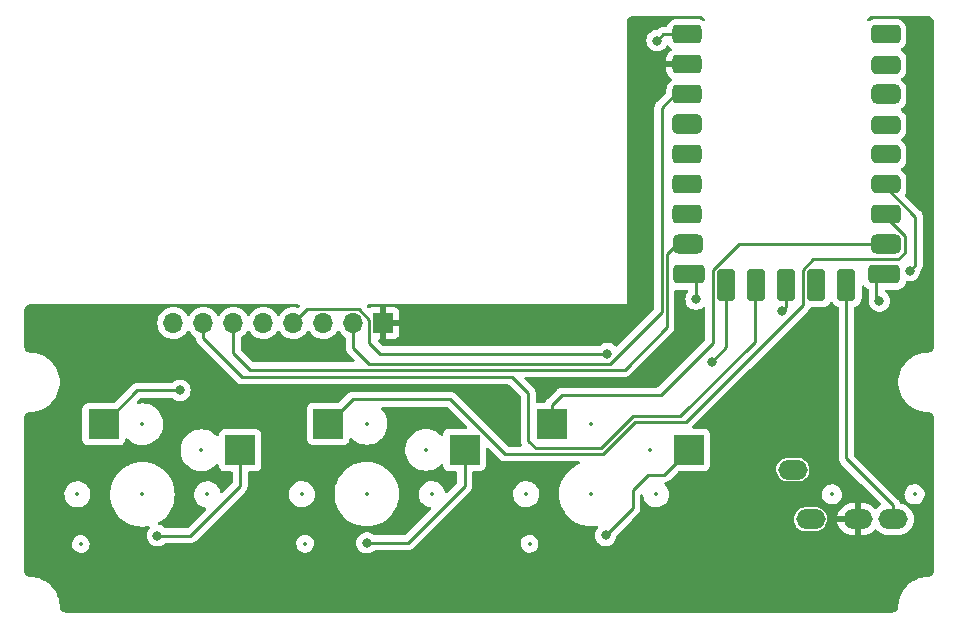
<source format=gbl>
%TF.GenerationSoftware,KiCad,Pcbnew,7.0.7*%
%TF.CreationDate,2024-08-20T00:07:22+09:00*%
%TF.ProjectId,trackmacro,74726163-6b6d-4616-9372-6f2e6b696361,rev?*%
%TF.SameCoordinates,Original*%
%TF.FileFunction,Copper,L2,Bot*%
%TF.FilePolarity,Positive*%
%FSLAX46Y46*%
G04 Gerber Fmt 4.6, Leading zero omitted, Abs format (unit mm)*
G04 Created by KiCad (PCBNEW 7.0.7) date 2024-08-20 00:07:22*
%MOMM*%
%LPD*%
G01*
G04 APERTURE LIST*
G04 Aperture macros list*
%AMRoundRect*
0 Rectangle with rounded corners*
0 $1 Rounding radius*
0 $2 $3 $4 $5 $6 $7 $8 $9 X,Y pos of 4 corners*
0 Add a 4 corners polygon primitive as box body*
4,1,4,$2,$3,$4,$5,$6,$7,$8,$9,$2,$3,0*
0 Add four circle primitives for the rounded corners*
1,1,$1+$1,$2,$3*
1,1,$1+$1,$4,$5*
1,1,$1+$1,$6,$7*
1,1,$1+$1,$8,$9*
0 Add four rect primitives between the rounded corners*
20,1,$1+$1,$2,$3,$4,$5,0*
20,1,$1+$1,$4,$5,$6,$7,0*
20,1,$1+$1,$6,$7,$8,$9,0*
20,1,$1+$1,$8,$9,$2,$3,0*%
G04 Aperture macros list end*
%TA.AperFunction,ComponentPad*%
%ADD10O,2.500000X1.700000*%
%TD*%
%TA.AperFunction,SMDPad,CuDef*%
%ADD11R,2.600000X2.600000*%
%TD*%
%TA.AperFunction,SMDPad,CuDef*%
%ADD12RoundRect,0.400000X-0.856000X-0.400000X0.856000X-0.400000X0.856000X0.400000X-0.856000X0.400000X0*%
%TD*%
%TA.AperFunction,SMDPad,CuDef*%
%ADD13RoundRect,0.395000X-0.833700X-0.395000X0.833700X-0.395000X0.833700X0.395000X-0.833700X0.395000X0*%
%TD*%
%TA.AperFunction,SMDPad,CuDef*%
%ADD14RoundRect,0.405000X-0.823700X-0.405000X0.823700X-0.405000X0.823700X0.405000X-0.823700X0.405000X0*%
%TD*%
%TA.AperFunction,SMDPad,CuDef*%
%ADD15RoundRect,0.390000X-0.838700X-0.390000X0.838700X-0.390000X0.838700X0.390000X-0.838700X0.390000X0*%
%TD*%
%TA.AperFunction,SMDPad,CuDef*%
%ADD16RoundRect,0.400000X-0.828700X-0.400000X0.828700X-0.400000X0.828700X0.400000X-0.828700X0.400000X0*%
%TD*%
%TA.AperFunction,SMDPad,CuDef*%
%ADD17RoundRect,0.400050X-0.828650X-0.400050X0.828650X-0.400050X0.828650X0.400050X-0.828650X0.400050X0*%
%TD*%
%TA.AperFunction,SMDPad,CuDef*%
%ADD18RoundRect,0.400050X-0.855950X-0.400050X0.855950X-0.400050X0.855950X0.400050X-0.855950X0.400050X0*%
%TD*%
%TA.AperFunction,SMDPad,CuDef*%
%ADD19RoundRect,0.405025X-0.850975X-0.405025X0.850975X-0.405025X0.850975X0.405025X-0.850975X0.405025X0*%
%TD*%
%TA.AperFunction,SMDPad,CuDef*%
%ADD20RoundRect,0.400050X-0.965950X-0.400050X0.965950X-0.400050X0.965950X0.400050X-0.965950X0.400050X0*%
%TD*%
%TA.AperFunction,SMDPad,CuDef*%
%ADD21RoundRect,0.400000X-0.400000X-0.988000X0.400000X-0.988000X0.400000X0.988000X-0.400000X0.988000X0*%
%TD*%
%TA.AperFunction,SMDPad,CuDef*%
%ADD22RoundRect,0.393700X-0.393700X-0.994300X0.393700X-0.994300X0.393700X0.994300X-0.393700X0.994300X0*%
%TD*%
%TA.AperFunction,SMDPad,CuDef*%
%ADD23RoundRect,0.405025X-0.856975X-0.405025X0.856975X-0.405025X0.856975X0.405025X-0.856975X0.405025X0*%
%TD*%
%TA.AperFunction,SMDPad,CuDef*%
%ADD24RoundRect,0.400050X-0.849950X-0.400050X0.849950X-0.400050X0.849950X0.400050X-0.849950X0.400050X0*%
%TD*%
%TA.AperFunction,SMDPad,CuDef*%
%ADD25RoundRect,0.400050X-0.845950X-0.400050X0.845950X-0.400050X0.845950X0.400050X-0.845950X0.400050X0*%
%TD*%
%TA.AperFunction,SMDPad,CuDef*%
%ADD26RoundRect,0.415025X-0.834975X-0.415025X0.834975X-0.415025X0.834975X0.415025X-0.834975X0.415025X0*%
%TD*%
%TA.AperFunction,ComponentPad*%
%ADD27R,1.700000X1.700000*%
%TD*%
%TA.AperFunction,ComponentPad*%
%ADD28O,1.700000X1.700000*%
%TD*%
%TA.AperFunction,ViaPad*%
%ADD29C,0.800000*%
%TD*%
%TA.AperFunction,Conductor*%
%ADD30C,0.250000*%
%TD*%
%ADD31C,0.350000*%
%ADD32O,1.500000X1.000000*%
G04 APERTURE END LIST*
D10*
%TO.P,J1,A*%
%TO.N,unconnected-(J1-PadA)*%
X85075000Y-77500000D03*
%TO.P,J1,B*%
%TO.N,data*%
X93575000Y-81700000D03*
%TO.P,J1,C*%
%TO.N,GND*%
X90575000Y-81700000D03*
%TO.P,J1,D*%
%TO.N,VCC*%
X86575000Y-81700000D03*
%TD*%
D11*
%TO.P,SW3,1,1*%
%TO.N,col2*%
X64720000Y-73625000D03*
%TO.P,SW3,2,2*%
%TO.N,Net-(D3-A)*%
X76270000Y-75825000D03*
%TD*%
%TO.P,SW2,1,1*%
%TO.N,col1*%
X45725000Y-73625000D03*
%TO.P,SW2,2,2*%
%TO.N,Net-(D2-A)*%
X57275000Y-75825000D03*
%TD*%
%TO.P,SW1,1,1*%
%TO.N,col0*%
X26725000Y-73650000D03*
%TO.P,SW1,2,2*%
%TO.N,Net-(D1-A)*%
X38275000Y-75850000D03*
%TD*%
D12*
%TO.P,RZ1,1,GP0*%
%TO.N,unconnected-(RZ1-GP0-Pad1)*%
X92926000Y-40655000D03*
D13*
%TO.P,RZ1,2,GP1*%
%TO.N,unconnected-(RZ1-GP1-Pad2)*%
X92953300Y-43205000D03*
D14*
%TO.P,RZ1,3,GP2*%
%TO.N,unconnected-(RZ1-GP2-Pad3)*%
X92953300Y-45725000D03*
D15*
%TO.P,RZ1,4,GP3*%
%TO.N,unconnected-(RZ1-GP3-Pad4)*%
X92953300Y-48295000D03*
D16*
%TO.P,RZ1,5,GP4*%
%TO.N,unconnected-(RZ1-GP4-Pad5)*%
X92953300Y-50815000D03*
D17*
%TO.P,RZ1,6,GP5*%
%TO.N,col0*%
X92953300Y-53355000D03*
D18*
%TO.P,RZ1,7,GP6*%
%TO.N,col1*%
X92926000Y-55895000D03*
D19*
%TO.P,RZ1,8,GP7*%
%TO.N,col2*%
X92926000Y-58425050D03*
D20*
%TO.P,RZ1,9,GP8*%
%TO.N,row0*%
X92816000Y-60975000D03*
D21*
%TO.P,RZ1,10,GP9*%
%TO.N,data*%
X89610000Y-61873000D03*
D22*
%TO.P,RZ1,11,GP10*%
%TO.N,unconnected-(RZ1-GP10-Pad11)*%
X87070000Y-61873000D03*
%TO.P,RZ1,12,GP11*%
%TO.N,MOTION*%
X84530000Y-61873000D03*
%TO.P,RZ1,13,GP12*%
%TO.N,MISO*%
X81990000Y-61873000D03*
%TO.P,RZ1,14,GP13*%
%TO.N,CS*%
X79450000Y-61873000D03*
D20*
%TO.P,RZ1,15,GP14*%
%TO.N,SCLK*%
X76244000Y-60975000D03*
D23*
%TO.P,RZ1,16,GP15*%
%TO.N,MOSI*%
X76232000Y-58425050D03*
D24*
%TO.P,RZ1,17,GP26*%
%TO.N,unconnected-(RZ1-GP26-Pad17)*%
X76124000Y-55895000D03*
%TO.P,RZ1,18,GP27*%
%TO.N,unconnected-(RZ1-GP27-Pad18)*%
X76124000Y-53355000D03*
D25*
%TO.P,RZ1,19,GP28*%
%TO.N,unconnected-(RZ1-GP28-Pad19)*%
X76124000Y-50815000D03*
D26*
%TO.P,RZ1,20,GP29*%
%TO.N,unconnected-(RZ1-GP29-Pad20)*%
X76124000Y-48245050D03*
D24*
%TO.P,RZ1,21,3V3*%
%TO.N,3V3*%
X76124000Y-45735000D03*
%TO.P,RZ1,22,GND*%
%TO.N,GND*%
X76106700Y-43195000D03*
%TO.P,RZ1,23,5V*%
%TO.N,VCC*%
X76124000Y-40655000D03*
%TD*%
D27*
%TO.P,J2,1,Pin_1*%
%TO.N,GND*%
X50400000Y-65100000D03*
D28*
%TO.P,J2,2,Pin_2*%
%TO.N,3V3*%
X47860000Y-65100000D03*
%TO.P,J2,3,Pin_3*%
%TO.N,unconnected-(J2-Pin_3-Pad3)*%
X45320000Y-65100000D03*
%TO.P,J2,4,Pin_4*%
%TO.N,MOTION*%
X42780000Y-65100000D03*
%TO.P,J2,5,Pin_5*%
%TO.N,SCLK*%
X40240000Y-65100000D03*
%TO.P,J2,6,Pin_6*%
%TO.N,MOSI*%
X37700000Y-65100000D03*
%TO.P,J2,7,Pin_7*%
%TO.N,MISO*%
X35160000Y-65100000D03*
%TO.P,J2,8,Pin_8*%
%TO.N,CS*%
X32620000Y-65100000D03*
%TD*%
D29*
%TO.N,row0*%
X92402300Y-63239300D03*
%TO.N,Net-(D1-A)*%
X31277500Y-83087500D03*
%TO.N,Net-(D2-A)*%
X49000000Y-83700900D03*
%TO.N,Net-(D3-A)*%
X69223600Y-83074400D03*
%TO.N,GND*%
X72900000Y-69700000D03*
X73950000Y-43275000D03*
X41419349Y-66804229D03*
%TO.N,VCC*%
X73575000Y-41175000D03*
%TO.N,MOTION*%
X84175000Y-64075000D03*
X69375000Y-67675500D03*
%TO.N,SCLK*%
X76875000Y-63075000D03*
%TO.N,CS*%
X78200000Y-68375000D03*
%TO.N,col0*%
X33175000Y-70790400D03*
X94960000Y-60656800D03*
%TD*%
D30*
%TO.N,row0*%
X92150000Y-60975000D02*
X92150000Y-62987000D01*
X92150000Y-62987000D02*
X92402300Y-63239300D01*
%TO.N,Net-(D1-A)*%
X34047300Y-83087500D02*
X38275000Y-78859800D01*
X31277500Y-83087500D02*
X34047300Y-83087500D01*
X38275000Y-78859800D02*
X38275000Y-75850000D01*
%TO.N,Net-(D2-A)*%
X57275000Y-78899800D02*
X57275000Y-75825000D01*
X49000000Y-83700900D02*
X52473900Y-83700900D01*
X52473900Y-83700900D02*
X57275000Y-78899800D01*
%TO.N,Net-(D3-A)*%
X69223600Y-83074400D02*
X71525000Y-80773000D01*
X72825000Y-77925000D02*
X74170000Y-77925000D01*
X71525000Y-80773000D02*
X71525000Y-79225000D01*
X74170000Y-77925000D02*
X76270000Y-75825000D01*
X71525000Y-79225000D02*
X72825000Y-77925000D01*
%TO.N,data*%
X93575000Y-81700000D02*
X93575000Y-80523100D01*
X89610000Y-61185000D02*
X89610000Y-76558100D01*
X89610000Y-76558100D02*
X93575000Y-80523100D01*
%TO.N,GND*%
X74030000Y-43195000D02*
X73950000Y-43275000D01*
X76910000Y-43195000D02*
X74030000Y-43195000D01*
%TO.N,VCC*%
X74095000Y-40655000D02*
X76910000Y-40655000D01*
X73575000Y-41175000D02*
X74095000Y-40655000D01*
%TO.N,3V3*%
X49200000Y-68575000D02*
X47860000Y-67235000D01*
X69550000Y-68575000D02*
X49200000Y-68575000D01*
X76910000Y-45735000D02*
X75090000Y-45735000D01*
X73975000Y-64150000D02*
X69550000Y-68575000D01*
X47860000Y-67235000D02*
X47860000Y-65100000D01*
X75090000Y-45735000D02*
X73975000Y-46850000D01*
X73975000Y-46850000D02*
X73975000Y-64150000D01*
%TO.N,MOTION*%
X50125500Y-67675500D02*
X49225000Y-66775000D01*
X49225000Y-64803299D02*
X48346701Y-63925000D01*
X69375000Y-67675500D02*
X50125500Y-67675500D01*
X84175000Y-64075000D02*
X84530000Y-63720000D01*
X48346701Y-63925000D02*
X43955000Y-63925000D01*
X43955000Y-63925000D02*
X42780000Y-65100000D01*
X49225000Y-66775000D02*
X49225000Y-64803299D01*
X84530000Y-63720000D02*
X84530000Y-61185000D01*
%TO.N,SCLK*%
X76875000Y-63075000D02*
X76875000Y-61500000D01*
X76875000Y-61500000D02*
X76910000Y-61465000D01*
X76910000Y-61465000D02*
X76910000Y-60975000D01*
%TO.N,MOSI*%
X39100000Y-69025000D02*
X70850000Y-69025000D01*
X74425000Y-59275000D02*
X75265000Y-58435000D01*
X70850000Y-69025000D02*
X74425000Y-65450000D01*
X37700000Y-67625000D02*
X39100000Y-69025000D01*
X75265000Y-58435000D02*
X76910000Y-58435000D01*
X74425000Y-65450000D02*
X74425000Y-59275000D01*
X37700000Y-65100000D02*
X37700000Y-67625000D01*
%TO.N,MISO*%
X81990000Y-61185000D02*
X81825000Y-61350000D01*
X75550000Y-73000000D02*
X71557200Y-73000000D01*
X71557200Y-73000000D02*
X68846400Y-75710800D01*
X68846400Y-75710800D02*
X63285800Y-75710800D01*
X38422604Y-69659000D02*
X35160000Y-66396396D01*
X35160000Y-66396396D02*
X35160000Y-65100000D01*
X81825000Y-61350000D02*
X81825000Y-66725000D01*
X63285800Y-75710800D02*
X62675000Y-75100000D01*
X62675000Y-71050000D02*
X61284000Y-69659000D01*
X81825000Y-66725000D02*
X75550000Y-73000000D01*
X61284000Y-69659000D02*
X38422604Y-69659000D01*
X62675000Y-75100000D02*
X62675000Y-71050000D01*
%TO.N,CS*%
X79450000Y-67125000D02*
X79450000Y-61185000D01*
X78200000Y-68375000D02*
X79450000Y-67125000D01*
%TO.N,col0*%
X94960000Y-60656800D02*
X95450000Y-60166800D01*
X29584600Y-70790400D02*
X26725000Y-73650000D01*
X92735400Y-53355000D02*
X92150000Y-53355000D01*
X95450000Y-56069600D02*
X92735400Y-53355000D01*
X95450000Y-60166800D02*
X95450000Y-56069600D01*
X33175000Y-70790400D02*
X29584600Y-70790400D01*
%TO.N,col1*%
X86817700Y-59703600D02*
X94009100Y-59703600D01*
X94539800Y-59172900D02*
X94539800Y-57722900D01*
X76050000Y-73450000D02*
X85943000Y-63557000D01*
X71743596Y-73450000D02*
X76050000Y-73450000D01*
X47801900Y-71548100D02*
X56077100Y-71548100D01*
X94539800Y-57722900D02*
X92711900Y-55895000D01*
X92711900Y-55895000D02*
X92150000Y-55895000D01*
X85943000Y-60578300D02*
X86817700Y-59703600D01*
X85943000Y-63557000D02*
X85943000Y-60578300D01*
X69024496Y-76169100D02*
X71743596Y-73450000D01*
X56077100Y-71548100D02*
X60698100Y-76169100D01*
X60698100Y-76169100D02*
X69024496Y-76169100D01*
X45725000Y-73625000D02*
X47801900Y-71548100D01*
X94009100Y-59703600D02*
X94539800Y-59172900D01*
%TO.N,col2*%
X80483400Y-58435000D02*
X78284800Y-60633600D01*
X64720000Y-71998100D02*
X64720000Y-73625000D01*
X73875000Y-71175000D02*
X65543100Y-71175000D01*
X92150000Y-58435000D02*
X80483400Y-58435000D01*
X65543100Y-71175000D02*
X64720000Y-71998100D01*
X78284800Y-66765200D02*
X73875000Y-71175000D01*
X78284800Y-60633600D02*
X78284800Y-66765200D01*
%TD*%
%TA.AperFunction,Conductor*%
%TO.N,GND*%
G36*
X96503455Y-39100889D02*
G01*
X96516485Y-39102357D01*
X96526354Y-39103470D01*
X96568982Y-39109081D01*
X96605831Y-39113932D01*
X96630599Y-39119830D01*
X96664736Y-39131775D01*
X96667976Y-39133011D01*
X96722195Y-39155469D01*
X96740695Y-39165027D01*
X96775520Y-39186909D01*
X96780267Y-39190212D01*
X96828200Y-39226993D01*
X96834295Y-39232337D01*
X96867660Y-39265702D01*
X96873005Y-39271798D01*
X96909786Y-39319731D01*
X96913097Y-39324490D01*
X96934967Y-39359296D01*
X96944536Y-39377818D01*
X96966983Y-39432014D01*
X96968223Y-39435263D01*
X96980169Y-39469401D01*
X96986066Y-39494169D01*
X96996530Y-39573647D01*
X96999110Y-39596538D01*
X96999500Y-39603486D01*
X96999500Y-67096514D01*
X96999110Y-67103462D01*
X96996530Y-67126351D01*
X96986066Y-67205829D01*
X96980169Y-67230597D01*
X96968223Y-67264735D01*
X96966983Y-67267984D01*
X96944536Y-67322180D01*
X96934967Y-67340702D01*
X96913097Y-67375508D01*
X96909786Y-67380267D01*
X96873005Y-67428200D01*
X96867653Y-67434304D01*
X96834304Y-67467653D01*
X96828200Y-67473005D01*
X96780267Y-67509786D01*
X96775508Y-67513097D01*
X96740702Y-67534967D01*
X96722180Y-67544536D01*
X96667984Y-67566983D01*
X96664735Y-67568223D01*
X96630597Y-67580169D01*
X96605829Y-67586066D01*
X96526351Y-67596530D01*
X96505688Y-67598859D01*
X96503460Y-67599110D01*
X96496514Y-67599500D01*
X96348746Y-67599500D01*
X96269147Y-67609165D01*
X96179348Y-67620068D01*
X96175776Y-67620397D01*
X96094755Y-67625494D01*
X96073437Y-67632928D01*
X96048449Y-67635963D01*
X95989973Y-67650376D01*
X95868487Y-67680319D01*
X95865267Y-67681023D01*
X95790371Y-67695310D01*
X95773051Y-67703841D01*
X95754737Y-67708355D01*
X95754728Y-67708358D01*
X95566078Y-67779904D01*
X95563252Y-67780899D01*
X95496986Y-67802430D01*
X95483637Y-67811170D01*
X95471884Y-67815627D01*
X95275532Y-67918682D01*
X95219149Y-67945214D01*
X95209601Y-67953285D01*
X95204036Y-67956206D01*
X95204018Y-67956216D01*
X95003671Y-68094506D01*
X94961147Y-68121492D01*
X94957658Y-68125261D01*
X94958030Y-68125735D01*
X94955072Y-68128052D01*
X94753322Y-68306787D01*
X94731501Y-68324838D01*
X94730938Y-68325671D01*
X94731132Y-68325843D01*
X94729824Y-68327318D01*
X94729508Y-68327787D01*
X94728644Y-68328650D01*
X94528140Y-68554973D01*
X94528063Y-68555054D01*
X94356212Y-68804026D01*
X94354733Y-68806472D01*
X94354399Y-68807480D01*
X94215624Y-69071892D01*
X94212019Y-69081395D01*
X94212018Y-69081402D01*
X94108358Y-69354728D01*
X94104419Y-69370704D01*
X94104419Y-69370711D01*
X94036146Y-69647709D01*
X94035963Y-69648450D01*
X94033225Y-69670997D01*
X93999500Y-69948745D01*
X93999500Y-70251254D01*
X94033225Y-70529001D01*
X94033224Y-70529003D01*
X94035539Y-70548062D01*
X94035963Y-70551551D01*
X94076350Y-70715407D01*
X94104081Y-70827918D01*
X94104083Y-70827925D01*
X94108356Y-70845266D01*
X94108358Y-70845270D01*
X94211990Y-71118524D01*
X94211991Y-71118527D01*
X94215624Y-71128107D01*
X94215626Y-71128111D01*
X94215627Y-71128113D01*
X94323734Y-71334094D01*
X94354398Y-71392518D01*
X94354534Y-71393196D01*
X94356212Y-71395973D01*
X94528057Y-71644936D01*
X94528118Y-71645001D01*
X94540532Y-71659013D01*
X94728646Y-71871351D01*
X94729493Y-71872198D01*
X94729648Y-71872481D01*
X94731132Y-71874157D01*
X94730748Y-71874496D01*
X94730787Y-71874568D01*
X94753298Y-71893190D01*
X94831242Y-71962242D01*
X94955072Y-72071947D01*
X94958030Y-72074265D01*
X94957493Y-72074949D01*
X94959561Y-72077499D01*
X95003657Y-72105483D01*
X95165965Y-72217516D01*
X95204033Y-72243792D01*
X95209587Y-72246707D01*
X95216788Y-72253674D01*
X95275513Y-72281307D01*
X95471887Y-72384373D01*
X95483627Y-72388825D01*
X95493810Y-72396535D01*
X95563222Y-72419089D01*
X95566047Y-72420083D01*
X95754734Y-72491643D01*
X95773037Y-72496154D01*
X95786390Y-72503929D01*
X95865255Y-72518973D01*
X95868447Y-72519670D01*
X96048449Y-72564037D01*
X96073403Y-72567067D01*
X96089986Y-72574203D01*
X96175748Y-72579599D01*
X96179300Y-72579925D01*
X96311912Y-72596027D01*
X96348746Y-72600500D01*
X96348748Y-72600500D01*
X96496518Y-72600500D01*
X96503455Y-72600889D01*
X96516485Y-72602357D01*
X96526354Y-72603470D01*
X96568982Y-72609081D01*
X96605831Y-72613932D01*
X96630599Y-72619830D01*
X96664736Y-72631775D01*
X96667967Y-72633008D01*
X96722195Y-72655469D01*
X96740695Y-72665027D01*
X96775520Y-72686909D01*
X96780267Y-72690212D01*
X96828200Y-72726993D01*
X96834295Y-72732337D01*
X96867660Y-72765702D01*
X96873005Y-72771798D01*
X96909786Y-72819731D01*
X96913097Y-72824490D01*
X96934967Y-72859296D01*
X96944536Y-72877818D01*
X96966983Y-72932014D01*
X96968223Y-72935263D01*
X96980169Y-72969401D01*
X96986066Y-72994169D01*
X96996530Y-73073647D01*
X96999110Y-73096538D01*
X96999500Y-73103486D01*
X96999500Y-86096514D01*
X96999110Y-86103462D01*
X96996530Y-86126351D01*
X96986066Y-86205829D01*
X96980169Y-86230597D01*
X96968223Y-86264735D01*
X96966983Y-86267984D01*
X96944536Y-86322180D01*
X96934967Y-86340702D01*
X96913097Y-86375508D01*
X96909786Y-86380267D01*
X96873005Y-86428200D01*
X96867653Y-86434304D01*
X96834304Y-86467653D01*
X96828200Y-86473005D01*
X96780267Y-86509786D01*
X96775508Y-86513097D01*
X96740702Y-86534967D01*
X96722180Y-86544536D01*
X96667984Y-86566983D01*
X96664735Y-86568223D01*
X96630597Y-86580169D01*
X96605829Y-86586066D01*
X96526351Y-86596530D01*
X96505688Y-86598859D01*
X96503460Y-86599110D01*
X96496514Y-86599500D01*
X96348744Y-86599500D01*
X96164113Y-86621918D01*
X96160695Y-86622237D01*
X96085327Y-86627177D01*
X96066444Y-86633777D01*
X96048455Y-86635962D01*
X96048452Y-86635962D01*
X96048449Y-86635963D01*
X95929480Y-86665286D01*
X95832549Y-86689177D01*
X95829807Y-86689787D01*
X95770821Y-86701520D01*
X95759272Y-86707238D01*
X95754734Y-86708356D01*
X95754728Y-86708358D01*
X95499240Y-86805252D01*
X95474993Y-86813482D01*
X95475205Y-86813885D01*
X95204035Y-86956206D01*
X95200817Y-86958152D01*
X95200775Y-86958083D01*
X95199643Y-86958748D01*
X95197854Y-86960472D01*
X94955078Y-87128047D01*
X94955073Y-87128051D01*
X94940099Y-87141317D01*
X94939395Y-87141859D01*
X94939166Y-87142143D01*
X94755886Y-87304514D01*
X94755881Y-87304520D01*
X94728647Y-87328647D01*
X94704520Y-87355881D01*
X94704514Y-87355886D01*
X94542143Y-87539166D01*
X94541937Y-87539295D01*
X94541317Y-87540099D01*
X94528051Y-87555073D01*
X94528047Y-87555078D01*
X94360472Y-87797854D01*
X94359187Y-87798894D01*
X94358083Y-87800775D01*
X94358152Y-87800817D01*
X94356206Y-87804035D01*
X94213885Y-88075205D01*
X94213482Y-88074993D01*
X94205252Y-88099240D01*
X94108358Y-88354728D01*
X94108356Y-88354734D01*
X94107238Y-88359272D01*
X94102043Y-88368192D01*
X94089787Y-88429807D01*
X94089177Y-88432549D01*
X94035962Y-88648455D01*
X94033777Y-88666444D01*
X94027451Y-88681138D01*
X94022237Y-88760695D01*
X94021918Y-88764113D01*
X93999500Y-88948744D01*
X93999500Y-89096514D01*
X93999110Y-89103462D01*
X93996530Y-89126351D01*
X93986066Y-89205829D01*
X93980169Y-89230597D01*
X93968223Y-89264735D01*
X93966983Y-89267984D01*
X93944536Y-89322180D01*
X93934967Y-89340702D01*
X93913097Y-89375508D01*
X93909786Y-89380267D01*
X93873005Y-89428200D01*
X93867653Y-89434304D01*
X93834304Y-89467653D01*
X93828200Y-89473005D01*
X93780267Y-89509786D01*
X93775508Y-89513097D01*
X93740702Y-89534967D01*
X93722180Y-89544536D01*
X93667984Y-89566983D01*
X93664735Y-89568223D01*
X93630597Y-89580169D01*
X93605829Y-89586066D01*
X93526351Y-89596530D01*
X93505688Y-89598859D01*
X93503460Y-89599110D01*
X93496514Y-89599500D01*
X23503487Y-89599500D01*
X23496539Y-89599110D01*
X23473650Y-89596530D01*
X23394166Y-89586066D01*
X23369396Y-89580168D01*
X23335281Y-89568231D01*
X23332031Y-89566990D01*
X23277813Y-89544532D01*
X23259295Y-89534966D01*
X23224500Y-89513103D01*
X23219740Y-89509792D01*
X23171794Y-89473002D01*
X23165695Y-89467653D01*
X23132341Y-89434299D01*
X23126996Y-89428204D01*
X23090206Y-89380258D01*
X23086900Y-89375505D01*
X23065030Y-89340699D01*
X23055468Y-89322190D01*
X23033002Y-89267953D01*
X23031774Y-89264735D01*
X23019828Y-89230595D01*
X23013934Y-89205846D01*
X23007150Y-89154315D01*
X23003470Y-89126350D01*
X23000890Y-89103465D01*
X23000500Y-89096516D01*
X23000500Y-88948745D01*
X22978078Y-88764088D01*
X22977759Y-88760669D01*
X22972819Y-88685315D01*
X22966220Y-88666431D01*
X22964037Y-88648449D01*
X22910810Y-88432500D01*
X22910208Y-88429795D01*
X22898475Y-88370809D01*
X22892757Y-88359254D01*
X22891643Y-88354734D01*
X22794730Y-88099196D01*
X22786514Y-88074995D01*
X22786115Y-88075205D01*
X22643793Y-87804035D01*
X22641848Y-87800817D01*
X22641917Y-87800774D01*
X22641257Y-87799650D01*
X22639525Y-87797851D01*
X22471952Y-87555078D01*
X22471948Y-87555074D01*
X22458680Y-87540097D01*
X22458138Y-87539394D01*
X22457855Y-87539165D01*
X22295507Y-87355912D01*
X22295496Y-87355901D01*
X22271352Y-87328648D01*
X22271350Y-87328646D01*
X22244112Y-87304514D01*
X22244111Y-87304513D01*
X22060833Y-87142143D01*
X22060703Y-87141936D01*
X22059900Y-87141317D01*
X22044921Y-87128047D01*
X21802146Y-86960472D01*
X21801105Y-86959187D01*
X21799224Y-86958082D01*
X21799183Y-86958152D01*
X21795964Y-86956206D01*
X21524795Y-86813885D01*
X21525005Y-86813484D01*
X21500791Y-86805265D01*
X21245270Y-86708358D01*
X21240730Y-86707239D01*
X21231807Y-86702043D01*
X21170193Y-86689787D01*
X21167451Y-86689177D01*
X21072068Y-86665667D01*
X20951551Y-86635963D01*
X20933559Y-86633778D01*
X20918859Y-86627451D01*
X20839303Y-86622237D01*
X20835885Y-86621918D01*
X20651256Y-86599500D01*
X20651252Y-86599500D01*
X20503487Y-86599500D01*
X20496539Y-86599110D01*
X20473650Y-86596530D01*
X20394166Y-86586066D01*
X20369396Y-86580168D01*
X20335281Y-86568231D01*
X20332031Y-86566990D01*
X20277813Y-86544532D01*
X20259295Y-86534966D01*
X20224500Y-86513103D01*
X20219740Y-86509792D01*
X20171794Y-86473002D01*
X20165695Y-86467653D01*
X20132341Y-86434299D01*
X20126996Y-86428204D01*
X20090206Y-86380258D01*
X20086900Y-86375505D01*
X20065030Y-86340699D01*
X20055468Y-86322190D01*
X20033002Y-86267953D01*
X20031774Y-86264735D01*
X20019828Y-86230595D01*
X20013934Y-86205846D01*
X20007150Y-86154315D01*
X20003470Y-86126350D01*
X20000890Y-86103465D01*
X20000500Y-86096516D01*
X20000500Y-83843660D01*
X24030393Y-83843660D01*
X24060668Y-84015354D01*
X24129721Y-84175438D01*
X24129722Y-84175440D01*
X24129724Y-84175443D01*
X24231062Y-84311562D01*
X24233832Y-84315283D01*
X24367386Y-84427349D01*
X24523185Y-84505594D01*
X24692829Y-84545800D01*
X24692831Y-84545800D01*
X24823429Y-84545800D01*
X24823436Y-84545800D01*
X24953164Y-84530637D01*
X25116993Y-84471008D01*
X25262654Y-84375205D01*
X25382296Y-84248393D01*
X25469467Y-84097407D01*
X25519469Y-83930388D01*
X25529607Y-83756340D01*
X25499332Y-83584646D01*
X25430279Y-83424562D01*
X25326168Y-83284717D01*
X25315492Y-83275759D01*
X25192614Y-83172651D01*
X25192612Y-83172650D01*
X25036818Y-83094407D01*
X25036816Y-83094406D01*
X25036815Y-83094406D01*
X24867171Y-83054200D01*
X24736564Y-83054200D01*
X24623051Y-83067467D01*
X24606835Y-83069363D01*
X24606832Y-83069364D01*
X24443008Y-83128991D01*
X24443004Y-83128993D01*
X24297348Y-83224792D01*
X24297347Y-83224793D01*
X24177706Y-83351603D01*
X24177703Y-83351609D01*
X24090534Y-83502590D01*
X24040531Y-83669610D01*
X24040530Y-83669616D01*
X24035243Y-83760388D01*
X24030393Y-83843660D01*
X20000500Y-83843660D01*
X20000500Y-79547357D01*
X23394843Y-79547357D01*
X23395796Y-79567374D01*
X23404852Y-79757459D01*
X23454442Y-79961871D01*
X23498286Y-80057876D01*
X23541820Y-80153204D01*
X23541824Y-80153210D01*
X23663826Y-80324539D01*
X23663831Y-80324544D01*
X23816063Y-80469697D01*
X23993014Y-80583416D01*
X24188288Y-80661593D01*
X24317084Y-80686416D01*
X24394828Y-80701400D01*
X24394829Y-80701400D01*
X24552461Y-80701400D01*
X24552468Y-80701400D01*
X24709389Y-80686416D01*
X24911211Y-80627156D01*
X25098170Y-80530771D01*
X25263510Y-80400747D01*
X25401255Y-80241781D01*
X25506426Y-80059619D01*
X25575222Y-79860846D01*
X25605157Y-79652645D01*
X25602649Y-79600000D01*
X27269518Y-79600000D01*
X27289425Y-79929117D01*
X27289425Y-79929122D01*
X27289426Y-79929123D01*
X27348861Y-80253447D01*
X27348862Y-80253451D01*
X27348863Y-80253455D01*
X27446948Y-80568223D01*
X27446952Y-80568234D01*
X27446953Y-80568237D01*
X27446955Y-80568242D01*
X27582278Y-80868918D01*
X27752857Y-81151091D01*
X27773585Y-81177548D01*
X27956207Y-81410647D01*
X28189352Y-81643792D01*
X28196080Y-81649063D01*
X28448909Y-81847143D01*
X28731082Y-82017722D01*
X29031758Y-82153045D01*
X29031768Y-82153048D01*
X29031776Y-82153051D01*
X29182442Y-82200000D01*
X29346553Y-82251139D01*
X29670877Y-82310574D01*
X29847134Y-82321235D01*
X29917635Y-82325500D01*
X29917637Y-82325500D01*
X30082365Y-82325500D01*
X30144052Y-82321768D01*
X30329123Y-82310574D01*
X30493380Y-82280472D01*
X30562865Y-82287750D01*
X30617389Y-82331441D01*
X30639636Y-82397674D01*
X30622543Y-82465421D01*
X30607879Y-82485412D01*
X30544966Y-82555285D01*
X30450321Y-82719215D01*
X30450318Y-82719222D01*
X30396082Y-82886144D01*
X30391826Y-82899244D01*
X30372040Y-83087500D01*
X30391826Y-83275756D01*
X30391827Y-83275759D01*
X30450318Y-83455777D01*
X30450321Y-83455784D01*
X30544967Y-83619716D01*
X30645474Y-83731340D01*
X30671629Y-83760388D01*
X30824765Y-83871648D01*
X30824770Y-83871651D01*
X30997692Y-83948642D01*
X30997697Y-83948644D01*
X31182854Y-83988000D01*
X31182855Y-83988000D01*
X31372144Y-83988000D01*
X31372146Y-83988000D01*
X31557303Y-83948644D01*
X31730230Y-83871651D01*
X31803166Y-83818660D01*
X43030393Y-83818660D01*
X43060668Y-83990354D01*
X43129721Y-84150438D01*
X43129722Y-84150440D01*
X43129724Y-84150443D01*
X43211854Y-84260762D01*
X43233832Y-84290283D01*
X43367386Y-84402349D01*
X43523185Y-84480594D01*
X43692829Y-84520800D01*
X43692831Y-84520800D01*
X43823429Y-84520800D01*
X43823436Y-84520800D01*
X43953164Y-84505637D01*
X44116993Y-84446008D01*
X44262654Y-84350205D01*
X44382296Y-84223393D01*
X44469467Y-84072407D01*
X44519469Y-83905388D01*
X44529607Y-83731340D01*
X44499332Y-83559646D01*
X44430279Y-83399562D01*
X44380439Y-83332616D01*
X44338111Y-83275759D01*
X44326168Y-83259717D01*
X44192614Y-83147651D01*
X44105680Y-83103991D01*
X44036818Y-83069407D01*
X44036816Y-83069406D01*
X44036815Y-83069406D01*
X43867171Y-83029200D01*
X43736564Y-83029200D01*
X43623051Y-83042467D01*
X43606835Y-83044363D01*
X43606832Y-83044364D01*
X43443008Y-83103991D01*
X43443004Y-83103993D01*
X43297348Y-83199792D01*
X43297347Y-83199793D01*
X43177706Y-83326603D01*
X43177703Y-83326609D01*
X43090534Y-83477590D01*
X43040531Y-83644610D01*
X43040530Y-83644616D01*
X43034023Y-83756340D01*
X43030393Y-83818660D01*
X31803166Y-83818660D01*
X31883371Y-83760388D01*
X31887016Y-83756340D01*
X31889100Y-83754026D01*
X31948587Y-83717379D01*
X31981248Y-83713000D01*
X33964557Y-83713000D01*
X33980177Y-83714724D01*
X33980204Y-83714439D01*
X33987960Y-83715171D01*
X33987967Y-83715173D01*
X34057114Y-83713000D01*
X34086650Y-83713000D01*
X34093528Y-83712130D01*
X34099341Y-83711672D01*
X34145927Y-83710209D01*
X34165169Y-83704617D01*
X34184212Y-83700674D01*
X34204092Y-83698164D01*
X34247422Y-83681007D01*
X34252946Y-83679117D01*
X34256696Y-83678027D01*
X34297690Y-83666118D01*
X34314929Y-83655922D01*
X34332403Y-83647362D01*
X34351027Y-83639988D01*
X34351027Y-83639987D01*
X34351032Y-83639986D01*
X34388749Y-83612582D01*
X34393605Y-83609392D01*
X34433720Y-83585670D01*
X34447889Y-83571499D01*
X34462679Y-83558868D01*
X34478887Y-83547094D01*
X34508599Y-83511176D01*
X34512512Y-83506876D01*
X38497033Y-79522355D01*
X42394843Y-79522355D01*
X42404852Y-79732459D01*
X42454442Y-79936871D01*
X42499082Y-80034619D01*
X42541820Y-80128204D01*
X42541824Y-80128210D01*
X42663826Y-80299539D01*
X42663831Y-80299544D01*
X42816063Y-80444697D01*
X42993014Y-80558416D01*
X43188288Y-80636593D01*
X43343193Y-80666448D01*
X43394828Y-80676400D01*
X43394829Y-80676400D01*
X43552461Y-80676400D01*
X43552468Y-80676400D01*
X43709389Y-80661416D01*
X43911211Y-80602156D01*
X44098170Y-80505771D01*
X44263510Y-80375747D01*
X44401255Y-80216781D01*
X44506426Y-80034619D01*
X44575222Y-79835846D01*
X44605157Y-79627645D01*
X44602649Y-79574999D01*
X46269518Y-79574999D01*
X46289425Y-79904117D01*
X46289425Y-79904122D01*
X46289426Y-79904123D01*
X46348861Y-80228447D01*
X46348862Y-80228451D01*
X46348863Y-80228455D01*
X46446948Y-80543223D01*
X46446952Y-80543234D01*
X46446953Y-80543237D01*
X46446955Y-80543242D01*
X46582278Y-80843918D01*
X46752857Y-81126091D01*
X46801982Y-81188794D01*
X46956207Y-81385647D01*
X47189352Y-81618792D01*
X47189356Y-81618795D01*
X47448909Y-81822143D01*
X47731082Y-81992722D01*
X48031758Y-82128045D01*
X48031768Y-82128048D01*
X48031776Y-82128051D01*
X48146060Y-82163663D01*
X48346553Y-82226139D01*
X48670877Y-82285574D01*
X48847134Y-82296235D01*
X48917635Y-82300500D01*
X48917637Y-82300500D01*
X49082365Y-82300500D01*
X49144052Y-82296768D01*
X49329123Y-82285574D01*
X49653447Y-82226139D01*
X49968242Y-82128045D01*
X50268918Y-81992722D01*
X50551091Y-81822143D01*
X50810644Y-81618795D01*
X51043795Y-81385644D01*
X51247143Y-81126091D01*
X51417722Y-80843918D01*
X51553045Y-80543242D01*
X51558294Y-80526399D01*
X51566324Y-80500625D01*
X51651139Y-80228447D01*
X51710574Y-79904123D01*
X51730482Y-79575000D01*
X51710574Y-79245877D01*
X51651139Y-78921553D01*
X51618253Y-78816017D01*
X51553051Y-78606776D01*
X51553047Y-78606765D01*
X51553045Y-78606758D01*
X51417722Y-78306082D01*
X51247143Y-78023909D01*
X51043795Y-77764356D01*
X51043792Y-77764352D01*
X50810647Y-77531207D01*
X50651556Y-77406567D01*
X50551091Y-77327857D01*
X50268918Y-77157278D01*
X49968242Y-77021955D01*
X49968237Y-77021953D01*
X49968234Y-77021952D01*
X49968223Y-77021948D01*
X49653455Y-76923863D01*
X49653451Y-76923862D01*
X49653447Y-76923861D01*
X49329123Y-76864426D01*
X49329122Y-76864425D01*
X49329117Y-76864425D01*
X49082365Y-76849500D01*
X49082363Y-76849500D01*
X48917637Y-76849500D01*
X48917635Y-76849500D01*
X48670882Y-76864425D01*
X48615905Y-76874500D01*
X48346553Y-76923861D01*
X48346550Y-76923861D01*
X48346544Y-76923863D01*
X48031776Y-77021948D01*
X48031765Y-77021952D01*
X48031759Y-77021954D01*
X48031758Y-77021955D01*
X47953640Y-77057113D01*
X47745636Y-77150728D01*
X47731082Y-77157278D01*
X47663913Y-77197883D01*
X47448910Y-77327856D01*
X47448902Y-77327862D01*
X47189352Y-77531207D01*
X46956207Y-77764352D01*
X46752862Y-78023902D01*
X46752856Y-78023910D01*
X46582277Y-78306084D01*
X46582276Y-78306086D01*
X46546943Y-78384594D01*
X46449678Y-78600709D01*
X46446952Y-78606765D01*
X46446948Y-78606776D01*
X46348863Y-78921544D01*
X46348861Y-78921550D01*
X46348861Y-78921553D01*
X46309694Y-79135280D01*
X46289425Y-79245882D01*
X46269518Y-79574999D01*
X44602649Y-79574999D01*
X44595148Y-79417541D01*
X44545558Y-79213129D01*
X44458179Y-79021795D01*
X44458175Y-79021789D01*
X44336173Y-78850460D01*
X44336167Y-78850454D01*
X44214286Y-78734241D01*
X44183937Y-78705303D01*
X44006986Y-78591584D01*
X44001396Y-78589346D01*
X43811721Y-78513410D01*
X43811714Y-78513407D01*
X43811712Y-78513407D01*
X43811709Y-78513406D01*
X43811708Y-78513406D01*
X43605172Y-78473600D01*
X43605171Y-78473600D01*
X43447532Y-78473600D01*
X43291983Y-78488453D01*
X43290611Y-78488584D01*
X43290607Y-78488585D01*
X43088791Y-78547843D01*
X42901831Y-78644228D01*
X42736490Y-78774252D01*
X42736489Y-78774253D01*
X42598749Y-78933214D01*
X42598740Y-78933225D01*
X42493574Y-79115379D01*
X42424779Y-79314148D01*
X42424778Y-79314153D01*
X42424778Y-79314154D01*
X42394843Y-79522355D01*
X38497033Y-79522355D01*
X38658786Y-79360602D01*
X38671048Y-79350780D01*
X38670865Y-79350559D01*
X38676867Y-79345592D01*
X38676877Y-79345586D01*
X38724241Y-79295148D01*
X38745120Y-79274270D01*
X38749373Y-79268786D01*
X38753150Y-79264363D01*
X38785062Y-79230382D01*
X38794714Y-79212823D01*
X38805389Y-79196572D01*
X38817674Y-79180736D01*
X38836186Y-79137952D01*
X38838742Y-79132735D01*
X38857829Y-79098018D01*
X38861194Y-79091898D01*
X38861194Y-79091897D01*
X38861197Y-79091892D01*
X38866180Y-79072480D01*
X38872477Y-79054091D01*
X38880438Y-79035695D01*
X38887729Y-78989653D01*
X38888908Y-78983962D01*
X38900500Y-78938819D01*
X38900500Y-78918782D01*
X38902027Y-78899382D01*
X38903794Y-78888226D01*
X38905160Y-78879604D01*
X38900775Y-78833215D01*
X38900500Y-78827377D01*
X38900500Y-77774499D01*
X38920185Y-77707460D01*
X38972989Y-77661705D01*
X39024500Y-77650499D01*
X39622871Y-77650499D01*
X39622872Y-77650499D01*
X39682483Y-77644091D01*
X39817331Y-77593796D01*
X39932546Y-77507546D01*
X40018796Y-77392331D01*
X40069091Y-77257483D01*
X40075500Y-77197873D01*
X40075499Y-74502128D01*
X40069091Y-74442517D01*
X40059766Y-74417516D01*
X40018797Y-74307671D01*
X40018793Y-74307664D01*
X39932547Y-74192455D01*
X39932544Y-74192452D01*
X39817335Y-74106206D01*
X39817328Y-74106202D01*
X39682482Y-74055908D01*
X39682483Y-74055908D01*
X39622883Y-74049501D01*
X39622881Y-74049500D01*
X39622873Y-74049500D01*
X39622864Y-74049500D01*
X36927129Y-74049500D01*
X36927123Y-74049501D01*
X36867516Y-74055908D01*
X36732671Y-74106202D01*
X36732664Y-74106206D01*
X36617455Y-74192452D01*
X36617452Y-74192455D01*
X36531206Y-74307664D01*
X36531202Y-74307671D01*
X36480908Y-74442517D01*
X36477187Y-74477135D01*
X36474501Y-74502123D01*
X36474500Y-74502135D01*
X36474500Y-74549575D01*
X36454815Y-74616614D01*
X36402011Y-74662369D01*
X36332853Y-74672313D01*
X36269297Y-74643288D01*
X36259602Y-74633916D01*
X36193990Y-74563203D01*
X36193987Y-74563200D01*
X36162638Y-74538200D01*
X35988857Y-74399614D01*
X35761643Y-74268432D01*
X35517416Y-74172580D01*
X35517411Y-74172578D01*
X35517402Y-74172576D01*
X35299528Y-74122848D01*
X35261630Y-74114198D01*
X35261629Y-74114197D01*
X35261625Y-74114197D01*
X35261620Y-74114196D01*
X35065500Y-74099500D01*
X35065494Y-74099500D01*
X34934506Y-74099500D01*
X34934500Y-74099500D01*
X34738379Y-74114196D01*
X34738374Y-74114197D01*
X34482597Y-74172576D01*
X34482578Y-74172582D01*
X34238356Y-74268432D01*
X34011143Y-74399614D01*
X33806014Y-74563198D01*
X33627567Y-74755520D01*
X33479768Y-74972302D01*
X33479767Y-74972303D01*
X33365938Y-75208673D01*
X33288606Y-75459376D01*
X33288605Y-75459381D01*
X33288604Y-75459385D01*
X33277721Y-75531587D01*
X33249500Y-75718812D01*
X33249500Y-75981187D01*
X33269794Y-76115823D01*
X33288604Y-76240615D01*
X33288605Y-76240617D01*
X33288606Y-76240623D01*
X33365938Y-76491326D01*
X33479767Y-76727696D01*
X33479768Y-76727697D01*
X33479770Y-76727700D01*
X33479772Y-76727704D01*
X33610522Y-76919479D01*
X33627567Y-76944479D01*
X33806014Y-77136801D01*
X33806018Y-77136804D01*
X33806019Y-77136805D01*
X34011143Y-77300386D01*
X34238357Y-77431568D01*
X34482584Y-77527420D01*
X34738370Y-77585802D01*
X34738376Y-77585802D01*
X34738379Y-77585803D01*
X34934500Y-77600500D01*
X34934506Y-77600500D01*
X35065500Y-77600500D01*
X35261620Y-77585803D01*
X35261622Y-77585802D01*
X35261630Y-77585802D01*
X35517416Y-77527420D01*
X35761643Y-77431568D01*
X35988857Y-77300386D01*
X36193981Y-77136805D01*
X36259602Y-77066081D01*
X36319628Y-77030328D01*
X36389457Y-77032702D01*
X36446918Y-77072451D01*
X36473767Y-77136957D01*
X36474500Y-77150421D01*
X36474500Y-77197868D01*
X36474501Y-77197876D01*
X36480908Y-77257483D01*
X36531202Y-77392328D01*
X36531206Y-77392335D01*
X36617452Y-77507544D01*
X36617455Y-77507547D01*
X36732664Y-77593793D01*
X36732671Y-77593797D01*
X36777618Y-77610561D01*
X36867517Y-77644091D01*
X36927127Y-77650500D01*
X37525500Y-77650499D01*
X37592539Y-77670183D01*
X37638294Y-77722987D01*
X37649500Y-77774499D01*
X37649500Y-78549346D01*
X37629815Y-78616385D01*
X37613181Y-78637027D01*
X36792768Y-79457439D01*
X36731445Y-79490924D01*
X36661753Y-79485940D01*
X36605820Y-79444068D01*
X36584584Y-79398996D01*
X36545558Y-79238129D01*
X36458179Y-79046795D01*
X36458175Y-79046789D01*
X36336173Y-78875460D01*
X36336167Y-78875454D01*
X36204070Y-78749500D01*
X36183937Y-78730303D01*
X36006986Y-78616584D01*
X36006489Y-78616385D01*
X35811721Y-78538410D01*
X35811714Y-78538407D01*
X35811712Y-78538407D01*
X35811709Y-78538406D01*
X35811708Y-78538406D01*
X35605172Y-78498600D01*
X35605171Y-78498600D01*
X35447532Y-78498600D01*
X35292475Y-78513406D01*
X35290611Y-78513584D01*
X35290607Y-78513585D01*
X35088791Y-78572843D01*
X34901831Y-78669228D01*
X34736490Y-78799252D01*
X34736489Y-78799253D01*
X34598749Y-78958214D01*
X34598740Y-78958225D01*
X34493574Y-79140379D01*
X34424779Y-79339148D01*
X34424778Y-79339153D01*
X34424778Y-79339154D01*
X34398438Y-79522355D01*
X34394843Y-79547357D01*
X34395796Y-79567375D01*
X34404852Y-79757459D01*
X34454442Y-79961871D01*
X34498286Y-80057876D01*
X34541820Y-80153204D01*
X34541824Y-80153210D01*
X34663826Y-80324539D01*
X34663831Y-80324544D01*
X34816063Y-80469697D01*
X34993014Y-80583416D01*
X35188288Y-80661593D01*
X35265115Y-80676400D01*
X35294492Y-80682062D01*
X35356595Y-80714078D01*
X35391530Y-80774587D01*
X35388205Y-80844377D01*
X35358706Y-80891502D01*
X33824528Y-82425681D01*
X33763205Y-82459166D01*
X33736847Y-82462000D01*
X31981248Y-82462000D01*
X31914209Y-82442315D01*
X31889100Y-82420974D01*
X31883373Y-82414614D01*
X31883369Y-82414610D01*
X31730234Y-82303351D01*
X31730229Y-82303348D01*
X31557307Y-82226357D01*
X31557302Y-82226355D01*
X31395301Y-82191921D01*
X31333819Y-82158729D01*
X31300043Y-82097565D01*
X31304695Y-82027851D01*
X31346300Y-81971719D01*
X31356916Y-81964525D01*
X31551091Y-81847143D01*
X31810644Y-81643795D01*
X32043795Y-81410644D01*
X32247143Y-81151091D01*
X32417722Y-80868918D01*
X32553045Y-80568242D01*
X32651139Y-80253447D01*
X32710574Y-79929123D01*
X32730482Y-79600000D01*
X32710574Y-79270877D01*
X32651139Y-78946553D01*
X32602242Y-78789636D01*
X32553051Y-78631776D01*
X32553047Y-78631765D01*
X32553045Y-78631758D01*
X32417722Y-78331082D01*
X32247143Y-78048909D01*
X32043795Y-77789356D01*
X32043792Y-77789352D01*
X31810647Y-77556207D01*
X31651556Y-77431567D01*
X31551091Y-77352857D01*
X31268918Y-77182278D01*
X30968242Y-77046955D01*
X30968237Y-77046953D01*
X30968234Y-77046952D01*
X30968223Y-77046948D01*
X30653455Y-76948863D01*
X30653451Y-76948862D01*
X30653447Y-76948861D01*
X30329123Y-76889426D01*
X30329122Y-76889425D01*
X30329117Y-76889425D01*
X30082365Y-76874500D01*
X30082363Y-76874500D01*
X29917637Y-76874500D01*
X29917635Y-76874500D01*
X29670882Y-76889425D01*
X29670876Y-76889426D01*
X29670877Y-76889426D01*
X29346553Y-76948861D01*
X29346550Y-76948861D01*
X29346544Y-76948863D01*
X29031776Y-77046948D01*
X29031765Y-77046952D01*
X29031759Y-77046954D01*
X29031758Y-77046955D01*
X29009188Y-77057113D01*
X28751957Y-77172883D01*
X28731082Y-77182278D01*
X28705285Y-77197873D01*
X28448910Y-77352856D01*
X28448902Y-77352862D01*
X28189352Y-77556207D01*
X27956207Y-77789352D01*
X27752862Y-78048902D01*
X27752856Y-78048910D01*
X27712558Y-78115572D01*
X27585708Y-78325409D01*
X27582277Y-78331084D01*
X27582276Y-78331086D01*
X27540386Y-78424162D01*
X27458199Y-78606776D01*
X27446952Y-78631765D01*
X27446948Y-78631776D01*
X27348863Y-78946544D01*
X27348861Y-78946550D01*
X27348861Y-78946553D01*
X27309196Y-79162995D01*
X27289425Y-79270882D01*
X27269518Y-79600000D01*
X25602649Y-79600000D01*
X25595148Y-79442541D01*
X25545558Y-79238129D01*
X25458179Y-79046795D01*
X25458175Y-79046789D01*
X25336173Y-78875460D01*
X25336167Y-78875454D01*
X25204070Y-78749500D01*
X25183937Y-78730303D01*
X25006986Y-78616584D01*
X25006489Y-78616385D01*
X24811721Y-78538410D01*
X24811714Y-78538407D01*
X24811712Y-78538407D01*
X24811709Y-78538406D01*
X24811708Y-78538406D01*
X24605172Y-78498600D01*
X24605171Y-78498600D01*
X24447532Y-78498600D01*
X24292475Y-78513406D01*
X24290611Y-78513584D01*
X24290607Y-78513585D01*
X24088791Y-78572843D01*
X23901831Y-78669228D01*
X23736490Y-78799252D01*
X23736489Y-78799253D01*
X23598749Y-78958214D01*
X23598740Y-78958225D01*
X23493574Y-79140379D01*
X23424779Y-79339148D01*
X23424778Y-79339153D01*
X23424778Y-79339154D01*
X23398438Y-79522355D01*
X23394843Y-79547357D01*
X20000500Y-79547357D01*
X20000500Y-74997870D01*
X24924500Y-74997870D01*
X24924501Y-74997876D01*
X24930908Y-75057483D01*
X24981202Y-75192328D01*
X24981206Y-75192335D01*
X25067452Y-75307544D01*
X25067455Y-75307547D01*
X25182664Y-75393793D01*
X25182671Y-75393797D01*
X25317517Y-75444091D01*
X25317516Y-75444091D01*
X25324444Y-75444835D01*
X25377127Y-75450500D01*
X28072872Y-75450499D01*
X28132483Y-75444091D01*
X28267331Y-75393796D01*
X28382546Y-75307546D01*
X28468796Y-75192331D01*
X28519091Y-75057483D01*
X28525500Y-74997873D01*
X28525499Y-74950422D01*
X28545182Y-74883387D01*
X28597985Y-74837631D01*
X28667144Y-74827686D01*
X28730700Y-74856709D01*
X28740397Y-74866083D01*
X28806009Y-74936796D01*
X28806012Y-74936799D01*
X28806015Y-74936801D01*
X28806019Y-74936805D01*
X29011143Y-75100386D01*
X29238357Y-75231568D01*
X29482584Y-75327420D01*
X29738370Y-75385802D01*
X29738376Y-75385802D01*
X29738379Y-75385803D01*
X29934500Y-75400500D01*
X29934506Y-75400500D01*
X30065500Y-75400500D01*
X30261620Y-75385803D01*
X30261622Y-75385802D01*
X30261630Y-75385802D01*
X30517416Y-75327420D01*
X30761643Y-75231568D01*
X30988857Y-75100386D01*
X31193981Y-74936805D01*
X31193990Y-74936796D01*
X31233945Y-74893733D01*
X31372433Y-74744479D01*
X31520228Y-74527704D01*
X31634063Y-74291323D01*
X31711396Y-74040615D01*
X31750500Y-73781182D01*
X31750500Y-73518818D01*
X31711396Y-73259385D01*
X31634063Y-73008677D01*
X31615146Y-72969396D01*
X31520232Y-72772303D01*
X31520231Y-72772302D01*
X31520230Y-72772301D01*
X31520228Y-72772296D01*
X31372433Y-72555521D01*
X31358408Y-72540406D01*
X31193985Y-72363198D01*
X31139074Y-72319408D01*
X30988857Y-72199614D01*
X30761643Y-72068432D01*
X30517416Y-71972580D01*
X30517411Y-71972578D01*
X30517402Y-71972576D01*
X30299818Y-71922914D01*
X30261630Y-71914198D01*
X30261629Y-71914197D01*
X30261625Y-71914197D01*
X30261620Y-71914196D01*
X30065500Y-71899500D01*
X30065494Y-71899500D01*
X29934506Y-71899500D01*
X29934500Y-71899500D01*
X29738379Y-71914196D01*
X29738371Y-71914197D01*
X29648790Y-71934643D01*
X29579051Y-71930369D01*
X29522694Y-71889070D01*
X29497611Y-71823858D01*
X29511767Y-71755437D01*
X29533510Y-71726079D01*
X29807374Y-71452216D01*
X29868695Y-71418734D01*
X29895053Y-71415900D01*
X32471252Y-71415900D01*
X32538291Y-71435585D01*
X32563400Y-71456926D01*
X32569126Y-71463285D01*
X32569130Y-71463289D01*
X32722265Y-71574548D01*
X32722270Y-71574551D01*
X32895192Y-71651542D01*
X32895197Y-71651544D01*
X33080354Y-71690900D01*
X33080355Y-71690900D01*
X33269644Y-71690900D01*
X33269646Y-71690900D01*
X33454803Y-71651544D01*
X33627730Y-71574551D01*
X33780871Y-71463288D01*
X33907533Y-71322616D01*
X34002179Y-71158684D01*
X34060674Y-70978656D01*
X34080460Y-70790400D01*
X34060674Y-70602144D01*
X34002179Y-70422116D01*
X33907533Y-70258184D01*
X33780871Y-70117512D01*
X33780870Y-70117511D01*
X33627734Y-70006251D01*
X33627729Y-70006248D01*
X33454807Y-69929257D01*
X33454802Y-69929255D01*
X33309001Y-69898265D01*
X33269646Y-69889900D01*
X33080354Y-69889900D01*
X33047897Y-69896798D01*
X32895197Y-69929255D01*
X32895192Y-69929257D01*
X32722270Y-70006248D01*
X32722265Y-70006251D01*
X32569130Y-70117510D01*
X32569126Y-70117514D01*
X32563400Y-70123874D01*
X32503913Y-70160521D01*
X32471252Y-70164900D01*
X29667338Y-70164900D01*
X29651721Y-70163176D01*
X29651694Y-70163462D01*
X29643932Y-70162727D01*
X29574804Y-70164900D01*
X29545250Y-70164900D01*
X29544529Y-70164990D01*
X29538357Y-70165769D01*
X29532545Y-70166226D01*
X29485973Y-70167690D01*
X29485972Y-70167690D01*
X29466729Y-70173281D01*
X29447679Y-70177225D01*
X29427811Y-70179734D01*
X29384484Y-70196888D01*
X29378958Y-70198779D01*
X29334214Y-70211779D01*
X29334210Y-70211781D01*
X29316966Y-70221979D01*
X29299505Y-70230533D01*
X29280874Y-70237910D01*
X29280862Y-70237917D01*
X29243170Y-70265302D01*
X29238287Y-70268509D01*
X29198180Y-70292229D01*
X29184014Y-70306395D01*
X29169224Y-70319027D01*
X29153014Y-70330804D01*
X29153011Y-70330807D01*
X29123310Y-70366709D01*
X29119377Y-70371031D01*
X27677227Y-71813181D01*
X27615904Y-71846666D01*
X27589546Y-71849500D01*
X25377129Y-71849500D01*
X25377123Y-71849501D01*
X25317516Y-71855908D01*
X25182671Y-71906202D01*
X25182664Y-71906206D01*
X25067455Y-71992452D01*
X25067452Y-71992455D01*
X24981206Y-72107664D01*
X24981202Y-72107671D01*
X24930908Y-72242517D01*
X24924501Y-72302116D01*
X24924500Y-72302135D01*
X24924500Y-74997870D01*
X20000500Y-74997870D01*
X20000500Y-73103482D01*
X20000890Y-73096538D01*
X20002116Y-73085651D01*
X20003470Y-73073648D01*
X20006141Y-73053349D01*
X20013935Y-72994148D01*
X20019826Y-72969409D01*
X20031786Y-72935229D01*
X20032993Y-72932069D01*
X20055472Y-72877799D01*
X20065024Y-72859309D01*
X20086913Y-72824473D01*
X20090193Y-72819758D01*
X20127008Y-72771779D01*
X20132327Y-72765714D01*
X20165714Y-72732327D01*
X20171779Y-72727008D01*
X20219758Y-72690193D01*
X20224473Y-72686913D01*
X20259309Y-72665024D01*
X20277799Y-72655472D01*
X20332069Y-72632993D01*
X20335229Y-72631786D01*
X20369409Y-72619826D01*
X20394148Y-72613935D01*
X20453349Y-72606141D01*
X20473648Y-72603470D01*
X20485651Y-72602116D01*
X20496544Y-72600889D01*
X20503482Y-72600500D01*
X20651253Y-72600500D01*
X20665140Y-72598813D01*
X20820711Y-72579923D01*
X20824248Y-72579599D01*
X20905296Y-72574500D01*
X20926598Y-72567066D01*
X20951551Y-72564037D01*
X21131561Y-72519668D01*
X21134753Y-72518971D01*
X21209645Y-72504684D01*
X21226963Y-72496154D01*
X21245266Y-72491643D01*
X21433943Y-72420086D01*
X21436773Y-72419091D01*
X21503026Y-72397563D01*
X21516371Y-72388826D01*
X21528113Y-72384373D01*
X21724515Y-72281292D01*
X21780867Y-72254776D01*
X21790415Y-72246705D01*
X21795967Y-72243792D01*
X21956614Y-72132906D01*
X21996345Y-72105482D01*
X22038889Y-72078482D01*
X22042348Y-72074748D01*
X22041970Y-72074265D01*
X22044917Y-72071954D01*
X22044924Y-72071950D01*
X22191441Y-71942147D01*
X22246699Y-71893193D01*
X22268513Y-71875146D01*
X22269065Y-71874331D01*
X22268868Y-71874157D01*
X22270204Y-71872648D01*
X22270518Y-71872185D01*
X22271334Y-71871367D01*
X22271352Y-71871352D01*
X22471898Y-71644981D01*
X22471942Y-71644935D01*
X22471950Y-71644924D01*
X22643792Y-71395967D01*
X22643801Y-71395949D01*
X22645266Y-71393527D01*
X22645602Y-71392518D01*
X22784373Y-71128113D01*
X22891643Y-70845266D01*
X22964037Y-70551551D01*
X22995524Y-70292230D01*
X23000500Y-70251254D01*
X23000500Y-69948745D01*
X22982283Y-69798719D01*
X22964037Y-69648449D01*
X22891643Y-69354734D01*
X22784373Y-69071887D01*
X22784372Y-69071886D01*
X22784371Y-69071882D01*
X22645601Y-68807480D01*
X22645465Y-68806801D01*
X22643797Y-68804042D01*
X22643792Y-68804033D01*
X22471950Y-68555076D01*
X22471942Y-68555064D01*
X22471897Y-68555016D01*
X22359647Y-68428312D01*
X22271352Y-68328647D01*
X22270505Y-68327800D01*
X22270349Y-68327515D01*
X22268868Y-68325843D01*
X22269251Y-68325503D01*
X22269210Y-68325430D01*
X22246692Y-68306800D01*
X22044927Y-68128052D01*
X22041970Y-68125735D01*
X22042502Y-68125055D01*
X22040422Y-68122489D01*
X21996330Y-68094507D01*
X21795973Y-67956212D01*
X21795964Y-67956206D01*
X21790409Y-67953291D01*
X21783208Y-67946324D01*
X21724477Y-67918687D01*
X21528115Y-67815627D01*
X21516363Y-67811170D01*
X21506183Y-67803461D01*
X21436758Y-67780903D01*
X21433932Y-67779908D01*
X21245271Y-67708358D01*
X21245264Y-67708356D01*
X21226954Y-67703843D01*
X21213602Y-67696068D01*
X21134727Y-67681022D01*
X21131507Y-67680318D01*
X20951544Y-67635961D01*
X20926564Y-67632928D01*
X20909987Y-67625793D01*
X20824231Y-67620398D01*
X20820663Y-67620070D01*
X20712944Y-67606990D01*
X20651254Y-67599500D01*
X20651252Y-67599500D01*
X20503487Y-67599500D01*
X20496539Y-67599110D01*
X20473650Y-67596530D01*
X20394166Y-67586066D01*
X20369396Y-67580168D01*
X20335281Y-67568231D01*
X20332031Y-67566990D01*
X20277813Y-67544532D01*
X20259295Y-67534966D01*
X20224500Y-67513103D01*
X20219740Y-67509792D01*
X20171794Y-67473002D01*
X20165695Y-67467653D01*
X20132341Y-67434299D01*
X20126996Y-67428204D01*
X20090206Y-67380258D01*
X20086900Y-67375505D01*
X20065030Y-67340699D01*
X20055468Y-67322190D01*
X20033002Y-67267953D01*
X20031774Y-67264735D01*
X20019828Y-67230595D01*
X20013934Y-67205846D01*
X20007150Y-67154315D01*
X20003470Y-67126350D01*
X20000890Y-67103465D01*
X20000500Y-67096516D01*
X20000500Y-64003482D01*
X20000889Y-63996544D01*
X20003261Y-63975500D01*
X20003470Y-63973648D01*
X20006141Y-63953349D01*
X20013935Y-63894148D01*
X20019826Y-63869409D01*
X20031786Y-63835229D01*
X20032993Y-63832069D01*
X20055472Y-63777799D01*
X20065024Y-63759309D01*
X20086913Y-63724473D01*
X20090193Y-63719758D01*
X20127008Y-63671779D01*
X20132327Y-63665714D01*
X20165714Y-63632327D01*
X20171779Y-63627008D01*
X20219758Y-63590193D01*
X20224473Y-63586913D01*
X20259309Y-63565024D01*
X20277799Y-63555472D01*
X20332069Y-63532993D01*
X20335229Y-63531786D01*
X20369409Y-63519826D01*
X20394148Y-63513935D01*
X20453349Y-63506141D01*
X20473648Y-63503470D01*
X20485651Y-63502116D01*
X20496544Y-63500889D01*
X20503482Y-63500500D01*
X32567050Y-63500500D01*
X32622285Y-63516719D01*
X32648518Y-63502931D01*
X32672950Y-63500500D01*
X35107050Y-63500500D01*
X35162285Y-63516719D01*
X35188518Y-63502931D01*
X35212950Y-63500500D01*
X37647050Y-63500500D01*
X37702285Y-63516719D01*
X37728518Y-63502931D01*
X37752950Y-63500500D01*
X40187050Y-63500500D01*
X40242285Y-63516719D01*
X40268518Y-63502931D01*
X40292950Y-63500500D01*
X42727050Y-63500500D01*
X42782285Y-63516719D01*
X42808518Y-63502931D01*
X42832950Y-63500500D01*
X43195547Y-63500500D01*
X43262586Y-63520185D01*
X43308341Y-63572989D01*
X43318285Y-63642147D01*
X43289260Y-63705703D01*
X43283227Y-63712182D01*
X43235645Y-63759763D01*
X43174322Y-63793247D01*
X43115872Y-63791856D01*
X43015413Y-63764938D01*
X43015403Y-63764936D01*
X42822142Y-63748028D01*
X42780344Y-63731677D01*
X42761985Y-63743477D01*
X42737858Y-63748028D01*
X42544596Y-63764936D01*
X42544586Y-63764938D01*
X42316344Y-63826094D01*
X42316335Y-63826098D01*
X42102171Y-63925964D01*
X42102169Y-63925965D01*
X41908597Y-64061505D01*
X41741505Y-64228597D01*
X41611575Y-64414158D01*
X41556998Y-64457783D01*
X41487500Y-64464977D01*
X41425145Y-64433454D01*
X41408425Y-64414158D01*
X41278494Y-64228597D01*
X41111402Y-64061506D01*
X41111395Y-64061501D01*
X41106119Y-64057807D01*
X41023563Y-64000000D01*
X40917834Y-63925967D01*
X40917830Y-63925965D01*
X40888285Y-63912188D01*
X40703663Y-63826097D01*
X40703659Y-63826096D01*
X40703655Y-63826094D01*
X40475413Y-63764938D01*
X40475403Y-63764936D01*
X40282142Y-63748028D01*
X40240344Y-63731677D01*
X40221985Y-63743477D01*
X40197858Y-63748028D01*
X40004596Y-63764936D01*
X40004586Y-63764938D01*
X39776344Y-63826094D01*
X39776335Y-63826098D01*
X39562171Y-63925964D01*
X39562169Y-63925965D01*
X39368597Y-64061505D01*
X39201505Y-64228597D01*
X39071575Y-64414158D01*
X39016998Y-64457783D01*
X38947500Y-64464977D01*
X38885145Y-64433454D01*
X38868425Y-64414158D01*
X38738494Y-64228597D01*
X38571402Y-64061506D01*
X38571395Y-64061501D01*
X38566119Y-64057807D01*
X38483563Y-64000000D01*
X38377834Y-63925967D01*
X38377830Y-63925965D01*
X38348285Y-63912188D01*
X38163663Y-63826097D01*
X38163659Y-63826096D01*
X38163655Y-63826094D01*
X37935413Y-63764938D01*
X37935403Y-63764936D01*
X37742142Y-63748028D01*
X37700344Y-63731677D01*
X37681985Y-63743477D01*
X37657858Y-63748028D01*
X37464596Y-63764936D01*
X37464586Y-63764938D01*
X37236344Y-63826094D01*
X37236335Y-63826098D01*
X37022171Y-63925964D01*
X37022169Y-63925965D01*
X36828597Y-64061505D01*
X36661505Y-64228597D01*
X36531575Y-64414158D01*
X36476998Y-64457783D01*
X36407500Y-64464977D01*
X36345145Y-64433454D01*
X36328425Y-64414158D01*
X36198494Y-64228597D01*
X36031402Y-64061506D01*
X36031395Y-64061501D01*
X36026119Y-64057807D01*
X35943563Y-64000000D01*
X35837834Y-63925967D01*
X35837830Y-63925965D01*
X35808285Y-63912188D01*
X35623663Y-63826097D01*
X35623659Y-63826096D01*
X35623655Y-63826094D01*
X35395413Y-63764938D01*
X35395403Y-63764936D01*
X35202142Y-63748028D01*
X35160344Y-63731677D01*
X35141985Y-63743477D01*
X35117858Y-63748028D01*
X34924596Y-63764936D01*
X34924586Y-63764938D01*
X34696344Y-63826094D01*
X34696335Y-63826098D01*
X34482171Y-63925964D01*
X34482169Y-63925965D01*
X34288597Y-64061505D01*
X34121505Y-64228597D01*
X33991575Y-64414158D01*
X33936998Y-64457783D01*
X33867500Y-64464977D01*
X33805145Y-64433454D01*
X33788425Y-64414158D01*
X33658494Y-64228597D01*
X33491402Y-64061506D01*
X33491395Y-64061501D01*
X33486119Y-64057807D01*
X33403563Y-64000000D01*
X33297834Y-63925967D01*
X33297830Y-63925965D01*
X33268285Y-63912188D01*
X33083663Y-63826097D01*
X33083659Y-63826096D01*
X33083655Y-63826094D01*
X32855413Y-63764938D01*
X32855403Y-63764936D01*
X32662142Y-63748028D01*
X32620344Y-63731677D01*
X32601985Y-63743477D01*
X32577858Y-63748028D01*
X32384596Y-63764936D01*
X32384586Y-63764938D01*
X32156344Y-63826094D01*
X32156335Y-63826098D01*
X31942171Y-63925964D01*
X31942169Y-63925965D01*
X31748597Y-64061505D01*
X31581505Y-64228597D01*
X31445965Y-64422169D01*
X31445964Y-64422171D01*
X31346098Y-64636335D01*
X31346094Y-64636344D01*
X31284938Y-64864586D01*
X31284936Y-64864596D01*
X31264341Y-65099999D01*
X31264341Y-65100000D01*
X31284936Y-65335403D01*
X31284938Y-65335413D01*
X31346094Y-65563655D01*
X31346096Y-65563659D01*
X31346097Y-65563663D01*
X31422808Y-65728169D01*
X31445965Y-65777830D01*
X31445967Y-65777834D01*
X31521261Y-65885364D01*
X31581505Y-65971401D01*
X31748599Y-66138495D01*
X31825135Y-66192086D01*
X31942165Y-66274032D01*
X31942167Y-66274033D01*
X31942170Y-66274035D01*
X32156337Y-66373903D01*
X32156343Y-66373904D01*
X32156344Y-66373905D01*
X32211285Y-66388626D01*
X32384592Y-66435063D01*
X32555319Y-66450000D01*
X32619999Y-66455659D01*
X32620000Y-66455659D01*
X32620001Y-66455659D01*
X32684681Y-66450000D01*
X32855408Y-66435063D01*
X33083663Y-66373903D01*
X33297830Y-66274035D01*
X33491401Y-66138495D01*
X33658495Y-65971401D01*
X33788424Y-65785842D01*
X33843002Y-65742217D01*
X33912500Y-65735023D01*
X33974855Y-65766546D01*
X33991575Y-65785842D01*
X34121501Y-65971396D01*
X34121506Y-65971402D01*
X34288597Y-66138493D01*
X34288603Y-66138498D01*
X34326322Y-66164909D01*
X34480564Y-66272911D01*
X34524189Y-66327487D01*
X34533380Y-66370587D01*
X34534500Y-66406209D01*
X34534500Y-66435739D01*
X34534501Y-66435756D01*
X34535368Y-66442627D01*
X34535826Y-66448446D01*
X34537290Y-66495020D01*
X34537291Y-66495023D01*
X34542880Y-66514263D01*
X34546824Y-66533307D01*
X34547977Y-66542428D01*
X34549336Y-66553187D01*
X34566490Y-66596515D01*
X34568382Y-66602043D01*
X34581381Y-66646784D01*
X34591580Y-66664030D01*
X34600138Y-66681499D01*
X34607514Y-66700128D01*
X34634898Y-66737819D01*
X34638106Y-66742703D01*
X34661827Y-66782812D01*
X34661833Y-66782820D01*
X34675990Y-66796976D01*
X34688628Y-66811772D01*
X34700405Y-66827982D01*
X34700406Y-66827983D01*
X34736309Y-66857684D01*
X34740620Y-66861606D01*
X37128798Y-69249785D01*
X37921801Y-70042788D01*
X37931626Y-70055051D01*
X37931847Y-70054869D01*
X37936818Y-70060878D01*
X37962821Y-70085295D01*
X37987239Y-70108226D01*
X38008133Y-70129120D01*
X38013615Y-70133373D01*
X38018047Y-70137157D01*
X38052022Y-70169062D01*
X38069580Y-70178714D01*
X38085837Y-70189393D01*
X38101668Y-70201673D01*
X38121341Y-70210186D01*
X38144437Y-70220182D01*
X38149681Y-70222750D01*
X38190512Y-70245197D01*
X38203127Y-70248435D01*
X38209909Y-70250177D01*
X38228323Y-70256481D01*
X38246708Y-70264438D01*
X38292761Y-70271732D01*
X38298430Y-70272906D01*
X38343585Y-70284500D01*
X38363620Y-70284500D01*
X38383017Y-70286026D01*
X38402800Y-70289160D01*
X38449187Y-70284775D01*
X38455026Y-70284500D01*
X60973548Y-70284500D01*
X61040587Y-70304185D01*
X61061229Y-70320819D01*
X62013181Y-71272771D01*
X62046666Y-71334094D01*
X62049500Y-71360452D01*
X62049500Y-75017255D01*
X62047775Y-75032872D01*
X62048061Y-75032899D01*
X62047326Y-75040665D01*
X62049500Y-75109814D01*
X62049500Y-75139343D01*
X62049501Y-75139360D01*
X62050368Y-75146231D01*
X62050826Y-75152050D01*
X62052290Y-75198624D01*
X62052291Y-75198627D01*
X62057880Y-75217867D01*
X62061824Y-75236911D01*
X62064336Y-75256792D01*
X62074533Y-75282547D01*
X62081490Y-75300119D01*
X62083382Y-75305647D01*
X62096381Y-75350390D01*
X62099982Y-75356478D01*
X62117166Y-75424202D01*
X62095007Y-75490465D01*
X62040541Y-75534228D01*
X61993251Y-75543600D01*
X61008552Y-75543600D01*
X60941513Y-75523915D01*
X60920871Y-75507281D01*
X56577903Y-71164312D01*
X56568080Y-71152050D01*
X56567859Y-71152234D01*
X56562886Y-71146223D01*
X56544259Y-71128731D01*
X56512464Y-71098873D01*
X56502019Y-71088428D01*
X56491575Y-71077983D01*
X56486086Y-71073725D01*
X56481661Y-71069947D01*
X56447682Y-71038038D01*
X56447680Y-71038036D01*
X56447677Y-71038035D01*
X56430129Y-71028388D01*
X56413863Y-71017704D01*
X56398036Y-71005427D01*
X56398035Y-71005426D01*
X56398033Y-71005425D01*
X56355268Y-70986918D01*
X56350022Y-70984348D01*
X56309193Y-70961903D01*
X56309192Y-70961902D01*
X56289793Y-70956922D01*
X56271381Y-70950618D01*
X56252998Y-70942662D01*
X56252992Y-70942660D01*
X56206974Y-70935372D01*
X56201252Y-70934187D01*
X56156121Y-70922600D01*
X56156119Y-70922600D01*
X56136084Y-70922600D01*
X56116686Y-70921073D01*
X56109262Y-70919897D01*
X56096905Y-70917940D01*
X56096904Y-70917940D01*
X56050516Y-70922325D01*
X56044678Y-70922600D01*
X47884638Y-70922600D01*
X47869021Y-70920876D01*
X47868994Y-70921162D01*
X47861232Y-70920427D01*
X47792104Y-70922600D01*
X47762550Y-70922600D01*
X47761829Y-70922690D01*
X47755657Y-70923469D01*
X47749845Y-70923926D01*
X47703273Y-70925390D01*
X47703272Y-70925390D01*
X47684029Y-70930981D01*
X47664979Y-70934925D01*
X47645111Y-70937434D01*
X47645109Y-70937435D01*
X47601784Y-70954588D01*
X47596257Y-70956480D01*
X47551510Y-70969481D01*
X47551509Y-70969482D01*
X47534267Y-70979679D01*
X47516799Y-70988237D01*
X47498169Y-70995613D01*
X47498167Y-70995614D01*
X47460476Y-71022998D01*
X47455594Y-71026205D01*
X47415479Y-71049930D01*
X47401308Y-71064100D01*
X47386523Y-71076728D01*
X47370312Y-71088507D01*
X47340609Y-71124410D01*
X47336677Y-71128731D01*
X46677226Y-71788181D01*
X46615903Y-71821666D01*
X46589545Y-71824500D01*
X44377129Y-71824500D01*
X44377123Y-71824501D01*
X44317516Y-71830908D01*
X44182671Y-71881202D01*
X44182664Y-71881206D01*
X44067455Y-71967452D01*
X44067452Y-71967455D01*
X43981206Y-72082664D01*
X43981202Y-72082671D01*
X43930908Y-72217517D01*
X43926903Y-72254776D01*
X43924501Y-72277123D01*
X43924500Y-72277135D01*
X43924500Y-74972870D01*
X43924501Y-74972876D01*
X43930908Y-75032483D01*
X43981202Y-75167328D01*
X43981206Y-75167335D01*
X44067452Y-75282544D01*
X44067455Y-75282547D01*
X44182664Y-75368793D01*
X44182671Y-75368797D01*
X44317517Y-75419091D01*
X44317516Y-75419091D01*
X44324444Y-75419835D01*
X44377127Y-75425500D01*
X47072872Y-75425499D01*
X47132483Y-75419091D01*
X47267331Y-75368796D01*
X47382546Y-75282546D01*
X47468796Y-75167331D01*
X47519091Y-75032483D01*
X47525500Y-74972873D01*
X47525499Y-74925422D01*
X47545182Y-74858387D01*
X47597985Y-74812631D01*
X47667144Y-74802686D01*
X47730700Y-74831709D01*
X47740397Y-74841083D01*
X47806009Y-74911796D01*
X47806012Y-74911799D01*
X47806015Y-74911801D01*
X47806019Y-74911805D01*
X48011143Y-75075386D01*
X48238357Y-75206568D01*
X48482584Y-75302420D01*
X48738370Y-75360802D01*
X48738376Y-75360802D01*
X48738379Y-75360803D01*
X48934500Y-75375500D01*
X48934506Y-75375500D01*
X49065500Y-75375500D01*
X49261620Y-75360803D01*
X49261622Y-75360802D01*
X49261630Y-75360802D01*
X49517416Y-75302420D01*
X49761643Y-75206568D01*
X49988857Y-75075386D01*
X50193981Y-74911805D01*
X50193990Y-74911796D01*
X50236405Y-74866083D01*
X50372433Y-74719479D01*
X50520228Y-74502704D01*
X50520506Y-74502128D01*
X50544110Y-74453111D01*
X50634063Y-74266323D01*
X50711396Y-74015615D01*
X50750500Y-73756182D01*
X50750500Y-73493818D01*
X50711396Y-73234385D01*
X50634063Y-72983677D01*
X50609210Y-72932069D01*
X50520232Y-72747303D01*
X50520231Y-72747302D01*
X50520230Y-72747301D01*
X50520228Y-72747296D01*
X50372433Y-72530521D01*
X50323798Y-72478105D01*
X50234572Y-72381941D01*
X50203404Y-72319408D01*
X50210991Y-72249952D01*
X50254925Y-72195623D01*
X50321257Y-72173672D01*
X50325471Y-72173600D01*
X55766648Y-72173600D01*
X55833687Y-72193285D01*
X55854329Y-72209919D01*
X57457228Y-73812819D01*
X57490713Y-73874142D01*
X57485729Y-73943834D01*
X57443857Y-73999767D01*
X57378393Y-74024184D01*
X57369547Y-74024500D01*
X55927129Y-74024500D01*
X55927123Y-74024501D01*
X55867516Y-74030908D01*
X55732671Y-74081202D01*
X55732664Y-74081206D01*
X55617455Y-74167452D01*
X55617452Y-74167455D01*
X55531206Y-74282664D01*
X55531202Y-74282671D01*
X55480908Y-74417517D01*
X55474501Y-74477116D01*
X55474501Y-74477123D01*
X55474500Y-74477135D01*
X55474500Y-74524575D01*
X55454815Y-74591614D01*
X55402011Y-74637369D01*
X55332853Y-74647313D01*
X55269297Y-74618288D01*
X55259602Y-74608916D01*
X55193990Y-74538203D01*
X55193987Y-74538200D01*
X55193981Y-74538195D01*
X54988857Y-74374614D01*
X54761643Y-74243432D01*
X54517416Y-74147580D01*
X54517411Y-74147578D01*
X54517402Y-74147576D01*
X54299818Y-74097914D01*
X54261630Y-74089198D01*
X54261629Y-74089197D01*
X54261625Y-74089197D01*
X54261620Y-74089196D01*
X54065500Y-74074500D01*
X54065494Y-74074500D01*
X53934506Y-74074500D01*
X53934500Y-74074500D01*
X53738379Y-74089196D01*
X53738374Y-74089197D01*
X53482597Y-74147576D01*
X53482578Y-74147582D01*
X53238356Y-74243432D01*
X53011143Y-74374614D01*
X52806014Y-74538198D01*
X52627567Y-74730520D01*
X52479768Y-74947302D01*
X52479767Y-74947303D01*
X52365938Y-75183673D01*
X52288606Y-75434376D01*
X52288605Y-75434381D01*
X52288604Y-75434385D01*
X52277586Y-75507484D01*
X52249500Y-75693812D01*
X52249500Y-75956187D01*
X52269794Y-76090823D01*
X52288604Y-76215615D01*
X52288605Y-76215617D01*
X52288606Y-76215623D01*
X52365938Y-76466326D01*
X52479767Y-76702696D01*
X52479768Y-76702697D01*
X52479770Y-76702700D01*
X52479772Y-76702704D01*
X52607077Y-76889426D01*
X52627567Y-76919479D01*
X52806014Y-77111801D01*
X52806018Y-77111804D01*
X52806019Y-77111805D01*
X53011143Y-77275386D01*
X53238357Y-77406568D01*
X53482584Y-77502420D01*
X53738370Y-77560802D01*
X53738376Y-77560802D01*
X53738379Y-77560803D01*
X53934500Y-77575500D01*
X53934506Y-77575500D01*
X54065500Y-77575500D01*
X54261620Y-77560803D01*
X54261622Y-77560802D01*
X54261630Y-77560802D01*
X54517416Y-77502420D01*
X54761643Y-77406568D01*
X54988857Y-77275386D01*
X55193981Y-77111805D01*
X55259602Y-77041081D01*
X55319628Y-77005328D01*
X55389457Y-77007702D01*
X55446918Y-77047451D01*
X55473767Y-77111957D01*
X55474500Y-77125421D01*
X55474500Y-77172868D01*
X55474501Y-77172876D01*
X55480908Y-77232483D01*
X55531202Y-77367328D01*
X55531206Y-77367335D01*
X55617452Y-77482544D01*
X55617455Y-77482547D01*
X55732664Y-77568793D01*
X55732671Y-77568797D01*
X55750643Y-77575500D01*
X55867517Y-77619091D01*
X55927127Y-77625500D01*
X56525500Y-77625499D01*
X56592539Y-77645183D01*
X56638294Y-77697987D01*
X56649500Y-77749499D01*
X56649500Y-78589346D01*
X56629815Y-78656385D01*
X56613181Y-78677027D01*
X55805197Y-79485010D01*
X55743874Y-79518495D01*
X55674182Y-79513511D01*
X55618249Y-79471639D01*
X55598072Y-79422909D01*
X55596540Y-79423281D01*
X55595148Y-79417543D01*
X55595148Y-79417541D01*
X55545558Y-79213129D01*
X55458179Y-79021795D01*
X55458175Y-79021789D01*
X55336173Y-78850460D01*
X55336167Y-78850454D01*
X55214286Y-78734241D01*
X55183937Y-78705303D01*
X55006986Y-78591584D01*
X55001396Y-78589346D01*
X54811721Y-78513410D01*
X54811714Y-78513407D01*
X54811712Y-78513407D01*
X54811709Y-78513406D01*
X54811708Y-78513406D01*
X54605172Y-78473600D01*
X54605171Y-78473600D01*
X54447532Y-78473600D01*
X54291983Y-78488453D01*
X54290611Y-78488584D01*
X54290607Y-78488585D01*
X54088791Y-78547843D01*
X53901831Y-78644228D01*
X53736490Y-78774252D01*
X53736489Y-78774253D01*
X53598749Y-78933214D01*
X53598740Y-78933225D01*
X53493574Y-79115379D01*
X53424779Y-79314148D01*
X53424778Y-79314153D01*
X53424778Y-79314154D01*
X53394843Y-79522355D01*
X53404852Y-79732459D01*
X53454442Y-79936871D01*
X53499082Y-80034619D01*
X53541820Y-80128204D01*
X53541824Y-80128210D01*
X53663826Y-80299539D01*
X53663831Y-80299544D01*
X53816063Y-80444697D01*
X53993014Y-80558416D01*
X54188288Y-80636593D01*
X54348989Y-80667565D01*
X54411092Y-80699581D01*
X54446027Y-80760090D01*
X54442702Y-80829880D01*
X54413203Y-80877005D01*
X52251128Y-83039081D01*
X52189805Y-83072566D01*
X52163447Y-83075400D01*
X49703748Y-83075400D01*
X49636709Y-83055715D01*
X49611600Y-83034374D01*
X49605873Y-83028014D01*
X49605869Y-83028010D01*
X49452734Y-82916751D01*
X49452729Y-82916748D01*
X49279807Y-82839757D01*
X49279802Y-82839755D01*
X49134000Y-82808765D01*
X49094646Y-82800400D01*
X48905354Y-82800400D01*
X48872897Y-82807298D01*
X48720197Y-82839755D01*
X48720192Y-82839757D01*
X48547270Y-82916748D01*
X48547265Y-82916751D01*
X48394129Y-83028011D01*
X48267468Y-83168683D01*
X48267466Y-83168684D01*
X48172821Y-83332615D01*
X48172818Y-83332622D01*
X48114327Y-83512640D01*
X48114326Y-83512644D01*
X48094540Y-83700900D01*
X48114326Y-83889156D01*
X48114327Y-83889159D01*
X48172818Y-84069177D01*
X48172821Y-84069184D01*
X48267467Y-84233116D01*
X48372895Y-84350205D01*
X48394129Y-84373788D01*
X48547265Y-84485048D01*
X48547270Y-84485051D01*
X48720192Y-84562042D01*
X48720197Y-84562044D01*
X48905354Y-84601400D01*
X48905355Y-84601400D01*
X49094644Y-84601400D01*
X49094646Y-84601400D01*
X49279803Y-84562044D01*
X49452730Y-84485051D01*
X49605871Y-84373788D01*
X49608788Y-84370547D01*
X49611600Y-84367426D01*
X49671087Y-84330779D01*
X49703748Y-84326400D01*
X52391157Y-84326400D01*
X52406777Y-84328124D01*
X52406804Y-84327839D01*
X52414560Y-84328571D01*
X52414567Y-84328573D01*
X52483714Y-84326400D01*
X52513250Y-84326400D01*
X52520128Y-84325530D01*
X52525941Y-84325072D01*
X52572527Y-84323609D01*
X52591769Y-84318017D01*
X52610812Y-84314074D01*
X52630692Y-84311564D01*
X52674022Y-84294407D01*
X52679546Y-84292517D01*
X52687235Y-84290283D01*
X52724290Y-84279518D01*
X52741529Y-84269322D01*
X52759003Y-84260762D01*
X52777627Y-84253388D01*
X52777627Y-84253387D01*
X52777632Y-84253386D01*
X52815349Y-84225982D01*
X52820205Y-84222792D01*
X52860320Y-84199070D01*
X52874489Y-84184899D01*
X52889279Y-84172268D01*
X52905487Y-84160494D01*
X52935199Y-84124576D01*
X52939112Y-84120276D01*
X53240728Y-83818660D01*
X62025393Y-83818660D01*
X62055668Y-83990354D01*
X62124721Y-84150438D01*
X62124722Y-84150440D01*
X62124724Y-84150443D01*
X62206854Y-84260762D01*
X62228832Y-84290283D01*
X62362386Y-84402349D01*
X62518185Y-84480594D01*
X62687829Y-84520800D01*
X62687831Y-84520800D01*
X62818429Y-84520800D01*
X62818436Y-84520800D01*
X62948164Y-84505637D01*
X63111993Y-84446008D01*
X63257654Y-84350205D01*
X63377296Y-84223393D01*
X63464467Y-84072407D01*
X63514469Y-83905388D01*
X63524607Y-83731340D01*
X63494332Y-83559646D01*
X63425279Y-83399562D01*
X63375439Y-83332616D01*
X63333111Y-83275759D01*
X63321168Y-83259717D01*
X63187614Y-83147651D01*
X63100680Y-83103991D01*
X63031818Y-83069407D01*
X63031816Y-83069406D01*
X63031815Y-83069406D01*
X62862171Y-83029200D01*
X62731564Y-83029200D01*
X62618051Y-83042467D01*
X62601835Y-83044363D01*
X62601832Y-83044364D01*
X62438008Y-83103991D01*
X62438004Y-83103993D01*
X62292348Y-83199792D01*
X62292347Y-83199793D01*
X62172706Y-83326603D01*
X62172703Y-83326609D01*
X62085534Y-83477590D01*
X62035531Y-83644610D01*
X62035530Y-83644616D01*
X62029023Y-83756340D01*
X62025393Y-83818660D01*
X53240728Y-83818660D01*
X57537033Y-79522355D01*
X61389843Y-79522355D01*
X61399852Y-79732459D01*
X61449442Y-79936871D01*
X61494082Y-80034619D01*
X61536820Y-80128204D01*
X61536824Y-80128210D01*
X61658826Y-80299539D01*
X61658831Y-80299544D01*
X61811063Y-80444697D01*
X61988014Y-80558416D01*
X62183288Y-80636593D01*
X62338193Y-80666448D01*
X62389828Y-80676400D01*
X62389829Y-80676400D01*
X62547461Y-80676400D01*
X62547468Y-80676400D01*
X62704389Y-80661416D01*
X62906211Y-80602156D01*
X63093170Y-80505771D01*
X63258510Y-80375747D01*
X63396255Y-80216781D01*
X63501426Y-80034619D01*
X63570222Y-79835846D01*
X63600157Y-79627645D01*
X63590148Y-79417541D01*
X63540558Y-79213129D01*
X63453179Y-79021795D01*
X63453175Y-79021789D01*
X63331173Y-78850460D01*
X63331167Y-78850454D01*
X63209286Y-78734241D01*
X63178937Y-78705303D01*
X63001986Y-78591584D01*
X62996396Y-78589346D01*
X62806721Y-78513410D01*
X62806714Y-78513407D01*
X62806712Y-78513407D01*
X62806709Y-78513406D01*
X62806708Y-78513406D01*
X62600172Y-78473600D01*
X62600171Y-78473600D01*
X62442532Y-78473600D01*
X62286983Y-78488453D01*
X62285611Y-78488584D01*
X62285607Y-78488585D01*
X62083791Y-78547843D01*
X61896831Y-78644228D01*
X61731490Y-78774252D01*
X61731489Y-78774253D01*
X61593749Y-78933214D01*
X61593740Y-78933225D01*
X61488574Y-79115379D01*
X61419779Y-79314148D01*
X61419778Y-79314153D01*
X61419778Y-79314154D01*
X61389843Y-79522355D01*
X57537033Y-79522355D01*
X57658786Y-79400602D01*
X57671048Y-79390780D01*
X57670865Y-79390559D01*
X57676867Y-79385592D01*
X57676877Y-79385586D01*
X57724241Y-79335148D01*
X57745120Y-79314270D01*
X57749373Y-79308786D01*
X57753150Y-79304363D01*
X57785062Y-79270382D01*
X57794714Y-79252823D01*
X57805389Y-79236572D01*
X57817674Y-79220736D01*
X57836186Y-79177952D01*
X57838742Y-79172735D01*
X57856531Y-79140379D01*
X57861194Y-79131898D01*
X57861194Y-79131897D01*
X57861197Y-79131892D01*
X57866180Y-79112480D01*
X57872477Y-79094091D01*
X57880438Y-79075695D01*
X57887729Y-79029653D01*
X57888908Y-79023962D01*
X57900500Y-78978819D01*
X57900500Y-78958783D01*
X57902027Y-78939382D01*
X57902116Y-78938821D01*
X57905160Y-78919604D01*
X57900775Y-78873215D01*
X57900500Y-78867377D01*
X57900500Y-77749499D01*
X57920185Y-77682460D01*
X57972989Y-77636705D01*
X58024500Y-77625499D01*
X58622871Y-77625499D01*
X58622872Y-77625499D01*
X58682483Y-77619091D01*
X58817331Y-77568796D01*
X58932546Y-77482546D01*
X59018796Y-77367331D01*
X59069091Y-77232483D01*
X59075500Y-77172873D01*
X59075499Y-75730451D01*
X59095184Y-75663413D01*
X59147987Y-75617658D01*
X59217146Y-75607714D01*
X59280702Y-75636739D01*
X59287180Y-75642771D01*
X60197297Y-76552888D01*
X60207122Y-76565151D01*
X60207343Y-76564969D01*
X60212314Y-76570978D01*
X60233143Y-76590537D01*
X60262735Y-76618326D01*
X60283629Y-76639220D01*
X60289111Y-76643473D01*
X60293543Y-76647257D01*
X60327518Y-76679162D01*
X60345076Y-76688814D01*
X60361333Y-76699493D01*
X60377164Y-76711773D01*
X60396837Y-76720286D01*
X60419933Y-76730282D01*
X60425177Y-76732850D01*
X60466008Y-76755297D01*
X60478623Y-76758535D01*
X60485405Y-76760277D01*
X60503819Y-76766581D01*
X60522204Y-76774538D01*
X60568257Y-76781832D01*
X60573926Y-76783006D01*
X60619081Y-76794600D01*
X60639116Y-76794600D01*
X60658513Y-76796126D01*
X60678296Y-76799260D01*
X60724683Y-76794875D01*
X60730522Y-76794600D01*
X66954270Y-76794600D01*
X67021309Y-76814285D01*
X67067064Y-76867089D01*
X67077008Y-76936247D01*
X67047983Y-76999803D01*
X67005164Y-77031673D01*
X66772564Y-77136358D01*
X66740636Y-77150728D01*
X66726082Y-77157278D01*
X66658913Y-77197883D01*
X66443910Y-77327856D01*
X66443902Y-77327862D01*
X66184352Y-77531207D01*
X65951207Y-77764352D01*
X65747862Y-78023902D01*
X65747856Y-78023910D01*
X65577277Y-78306084D01*
X65577276Y-78306086D01*
X65541943Y-78384594D01*
X65444678Y-78600709D01*
X65441952Y-78606765D01*
X65441948Y-78606776D01*
X65343863Y-78921544D01*
X65343861Y-78921550D01*
X65343861Y-78921553D01*
X65304694Y-79135280D01*
X65284425Y-79245882D01*
X65264518Y-79574999D01*
X65284425Y-79904117D01*
X65284425Y-79904122D01*
X65284426Y-79904123D01*
X65343861Y-80228447D01*
X65343862Y-80228451D01*
X65343863Y-80228455D01*
X65441948Y-80543223D01*
X65441952Y-80543234D01*
X65441953Y-80543237D01*
X65441955Y-80543242D01*
X65577278Y-80843918D01*
X65747857Y-81126091D01*
X65796982Y-81188794D01*
X65951207Y-81385647D01*
X66184352Y-81618792D01*
X66184356Y-81618795D01*
X66443909Y-81822143D01*
X66726082Y-81992722D01*
X67026758Y-82128045D01*
X67026768Y-82128048D01*
X67026776Y-82128051D01*
X67141060Y-82163663D01*
X67341553Y-82226139D01*
X67665877Y-82285574D01*
X67842134Y-82296235D01*
X67912635Y-82300500D01*
X67912637Y-82300500D01*
X68077365Y-82300500D01*
X68139052Y-82296768D01*
X68324123Y-82285574D01*
X68442648Y-82263853D01*
X68512134Y-82271131D01*
X68566658Y-82314822D01*
X68588905Y-82381055D01*
X68571812Y-82448802D01*
X68557147Y-82468794D01*
X68491066Y-82542184D01*
X68396421Y-82706115D01*
X68396418Y-82706122D01*
X68341860Y-82874035D01*
X68337926Y-82886144D01*
X68318140Y-83074400D01*
X68337926Y-83262656D01*
X68337927Y-83262659D01*
X68396418Y-83442677D01*
X68396421Y-83442684D01*
X68491067Y-83606616D01*
X68590799Y-83717379D01*
X68617729Y-83747288D01*
X68770865Y-83858548D01*
X68770870Y-83858551D01*
X68943792Y-83935542D01*
X68943797Y-83935544D01*
X69128954Y-83974900D01*
X69128955Y-83974900D01*
X69318244Y-83974900D01*
X69318246Y-83974900D01*
X69503403Y-83935544D01*
X69676330Y-83858551D01*
X69829471Y-83747288D01*
X69956133Y-83606616D01*
X70050779Y-83442684D01*
X70109274Y-83262656D01*
X70126921Y-83094744D01*
X70153504Y-83030134D01*
X70162551Y-83020038D01*
X71431653Y-81750936D01*
X85170631Y-81750936D01*
X85201442Y-81952063D01*
X85201445Y-81952075D01*
X85272111Y-82142881D01*
X85272113Y-82142884D01*
X85272114Y-82142887D01*
X85298164Y-82184680D01*
X85379745Y-82315567D01*
X85379749Y-82315572D01*
X85461441Y-82401512D01*
X85519941Y-82463053D01*
X85633632Y-82542184D01*
X85686949Y-82579294D01*
X85686950Y-82579294D01*
X85686951Y-82579295D01*
X85873942Y-82659540D01*
X86073259Y-82700500D01*
X87025743Y-82700500D01*
X87177439Y-82685074D01*
X87371579Y-82624162D01*
X87371580Y-82624161D01*
X87371588Y-82624159D01*
X87549502Y-82525409D01*
X87703895Y-82392866D01*
X87828448Y-82231958D01*
X87918060Y-82049271D01*
X87969063Y-81852285D01*
X87979369Y-81649064D01*
X87948556Y-81447929D01*
X87884068Y-81273806D01*
X87877888Y-81257118D01*
X87877887Y-81257117D01*
X87877886Y-81257113D01*
X87770252Y-81084429D01*
X87641418Y-80948897D01*
X87630061Y-80936949D01*
X87630060Y-80936948D01*
X87630059Y-80936947D01*
X87531587Y-80868409D01*
X87463050Y-80820705D01*
X87276056Y-80740459D01*
X87076741Y-80699500D01*
X86124258Y-80699500D01*
X86124257Y-80699500D01*
X85972560Y-80714925D01*
X85778420Y-80775837D01*
X85778405Y-80775844D01*
X85600500Y-80874589D01*
X85600495Y-80874592D01*
X85446106Y-81007132D01*
X85446104Y-81007134D01*
X85321554Y-81168037D01*
X85321553Y-81168040D01*
X85231940Y-81350728D01*
X85180937Y-81547714D01*
X85170631Y-81750936D01*
X71431653Y-81750936D01*
X71908788Y-81273801D01*
X71921042Y-81263986D01*
X71920859Y-81263764D01*
X71926866Y-81258792D01*
X71926877Y-81258786D01*
X71957775Y-81225882D01*
X71974227Y-81208364D01*
X71984671Y-81197918D01*
X71995120Y-81187471D01*
X71999379Y-81181978D01*
X72003152Y-81177561D01*
X72035062Y-81143582D01*
X72044713Y-81126024D01*
X72055396Y-81109761D01*
X72067673Y-81093936D01*
X72086185Y-81051153D01*
X72088738Y-81045941D01*
X72111197Y-81005092D01*
X72116180Y-80985680D01*
X72122481Y-80967280D01*
X72130437Y-80948896D01*
X72137729Y-80902852D01*
X72138906Y-80897171D01*
X72150500Y-80852019D01*
X72150500Y-80831982D01*
X72152027Y-80812582D01*
X72153580Y-80802777D01*
X72155160Y-80792804D01*
X72150775Y-80746415D01*
X72150500Y-80740577D01*
X72150500Y-79707023D01*
X72170185Y-79639984D01*
X72222989Y-79594229D01*
X72292147Y-79584285D01*
X72355703Y-79613310D01*
X72393477Y-79672088D01*
X72398358Y-79701115D01*
X72399852Y-79732459D01*
X72449442Y-79936871D01*
X72494082Y-80034619D01*
X72536820Y-80128204D01*
X72536824Y-80128210D01*
X72658826Y-80299539D01*
X72658831Y-80299544D01*
X72811063Y-80444697D01*
X72988014Y-80558416D01*
X73183288Y-80636593D01*
X73338193Y-80666448D01*
X73389828Y-80676400D01*
X73389829Y-80676400D01*
X73547461Y-80676400D01*
X73547468Y-80676400D01*
X73704389Y-80661416D01*
X73906211Y-80602156D01*
X74093170Y-80505771D01*
X74258510Y-80375747D01*
X74396255Y-80216781D01*
X74501426Y-80034619D01*
X74570222Y-79835846D01*
X74600157Y-79627645D01*
X74596634Y-79553683D01*
X87520740Y-79553683D01*
X87529053Y-79707023D01*
X87530755Y-79738406D01*
X87530755Y-79738411D01*
X87580244Y-79916656D01*
X87580247Y-79916662D01*
X87666898Y-80080102D01*
X87786662Y-80221099D01*
X87786663Y-80221100D01*
X87933936Y-80333054D01*
X88101833Y-80410732D01*
X88101834Y-80410732D01*
X88101836Y-80410733D01*
X88156648Y-80422797D01*
X88282503Y-80450500D01*
X88282506Y-80450500D01*
X88421107Y-80450500D01*
X88421113Y-80450500D01*
X88558910Y-80435514D01*
X88734221Y-80376444D01*
X88892736Y-80281070D01*
X89027041Y-80153849D01*
X89130858Y-80000730D01*
X89199331Y-79828875D01*
X89229260Y-79646317D01*
X89219245Y-79461593D01*
X89218092Y-79457439D01*
X89169755Y-79283343D01*
X89169752Y-79283337D01*
X89083101Y-79119897D01*
X88963337Y-78978900D01*
X88963228Y-78978817D01*
X88816064Y-78866946D01*
X88648167Y-78789268D01*
X88648163Y-78789266D01*
X88467497Y-78749500D01*
X88328887Y-78749500D01*
X88328883Y-78749500D01*
X88191088Y-78764486D01*
X88015776Y-78823557D01*
X88015774Y-78823558D01*
X87857262Y-78918931D01*
X87857261Y-78918932D01*
X87722959Y-79046149D01*
X87619138Y-79199276D01*
X87550669Y-79371122D01*
X87536518Y-79457439D01*
X87520740Y-79553683D01*
X74596634Y-79553683D01*
X74590148Y-79417541D01*
X74540558Y-79213129D01*
X74453179Y-79021795D01*
X74453175Y-79021789D01*
X74331173Y-78850460D01*
X74331167Y-78850454D01*
X74251250Y-78774253D01*
X74229153Y-78753184D01*
X74194219Y-78692676D01*
X74197544Y-78622886D01*
X74238072Y-78565972D01*
X74280117Y-78544370D01*
X74287864Y-78542119D01*
X74306912Y-78538174D01*
X74326792Y-78535664D01*
X74370122Y-78518507D01*
X74375646Y-78516617D01*
X74386082Y-78513585D01*
X74420390Y-78503618D01*
X74437629Y-78493422D01*
X74455103Y-78484862D01*
X74473727Y-78477488D01*
X74473727Y-78477487D01*
X74473732Y-78477486D01*
X74511449Y-78450082D01*
X74516305Y-78446892D01*
X74556420Y-78423170D01*
X74570589Y-78408999D01*
X74585379Y-78396368D01*
X74601587Y-78384594D01*
X74631299Y-78348676D01*
X74635212Y-78344376D01*
X75317771Y-77661817D01*
X75379094Y-77628333D01*
X75405452Y-77625499D01*
X77617871Y-77625499D01*
X77617872Y-77625499D01*
X77677483Y-77619091D01*
X77812331Y-77568796D01*
X77836189Y-77550936D01*
X83670631Y-77550936D01*
X83701442Y-77752063D01*
X83701445Y-77752075D01*
X83772111Y-77942881D01*
X83772115Y-77942888D01*
X83879745Y-78115567D01*
X83879747Y-78115569D01*
X83879748Y-78115571D01*
X84019941Y-78263053D01*
X84142978Y-78348689D01*
X84186949Y-78379294D01*
X84186950Y-78379294D01*
X84186951Y-78379295D01*
X84373942Y-78459540D01*
X84573259Y-78500500D01*
X85525743Y-78500500D01*
X85677439Y-78485074D01*
X85871579Y-78424162D01*
X85871580Y-78424161D01*
X85871588Y-78424159D01*
X86049502Y-78325409D01*
X86203895Y-78192866D01*
X86328448Y-78031958D01*
X86418060Y-77849271D01*
X86469063Y-77652285D01*
X86479369Y-77449064D01*
X86448556Y-77247929D01*
X86377886Y-77057113D01*
X86270252Y-76884429D01*
X86158229Y-76766582D01*
X86130061Y-76736949D01*
X86130060Y-76736948D01*
X86130059Y-76736947D01*
X86029951Y-76667270D01*
X85963050Y-76620705D01*
X85776056Y-76540459D01*
X85576741Y-76499500D01*
X84624258Y-76499500D01*
X84624257Y-76499500D01*
X84472560Y-76514925D01*
X84278420Y-76575837D01*
X84278405Y-76575844D01*
X84100500Y-76674589D01*
X84100495Y-76674592D01*
X83946106Y-76807132D01*
X83946104Y-76807134D01*
X83821554Y-76968037D01*
X83821553Y-76968040D01*
X83731940Y-77150728D01*
X83680937Y-77347714D01*
X83670631Y-77550936D01*
X77836189Y-77550936D01*
X77927546Y-77482546D01*
X78013796Y-77367331D01*
X78064091Y-77232483D01*
X78070500Y-77172873D01*
X78070499Y-74477128D01*
X78064091Y-74417517D01*
X78048089Y-74374614D01*
X78013797Y-74282671D01*
X78013793Y-74282664D01*
X77927547Y-74167455D01*
X77927544Y-74167452D01*
X77812335Y-74081206D01*
X77812328Y-74081202D01*
X77677482Y-74030908D01*
X77677483Y-74030908D01*
X77617883Y-74024501D01*
X77617881Y-74024500D01*
X77617873Y-74024500D01*
X77617865Y-74024500D01*
X76659451Y-74024500D01*
X76592412Y-74004815D01*
X76546657Y-73952011D01*
X76536713Y-73882853D01*
X76565738Y-73819297D01*
X76571770Y-73812819D01*
X81446165Y-68938424D01*
X86326786Y-64057802D01*
X86339048Y-64047980D01*
X86338865Y-64047759D01*
X86344867Y-64042792D01*
X86344877Y-64042786D01*
X86392241Y-63992348D01*
X86413120Y-63971470D01*
X86417373Y-63965986D01*
X86421150Y-63961563D01*
X86453062Y-63927582D01*
X86462714Y-63910023D01*
X86473389Y-63893772D01*
X86485674Y-63877936D01*
X86504183Y-63835160D01*
X86506741Y-63829935D01*
X86509039Y-63825756D01*
X86558584Y-63776496D01*
X86617694Y-63761499D01*
X87526288Y-63761499D01*
X87526289Y-63761499D01*
X87577120Y-63757499D01*
X87604354Y-63755356D01*
X87785918Y-63706706D01*
X87909273Y-63643854D01*
X87953396Y-63621373D01*
X87953397Y-63621371D01*
X87953399Y-63621371D01*
X88099478Y-63503078D01*
X88217771Y-63356999D01*
X88217773Y-63356996D01*
X88224435Y-63343921D01*
X88272408Y-63293125D01*
X88340229Y-63276329D01*
X88406364Y-63298866D01*
X88445405Y-63343921D01*
X88450614Y-63354146D01*
X88473435Y-63382327D01*
X88569743Y-63501257D01*
X88658996Y-63573533D01*
X88716853Y-63620385D01*
X88805771Y-63665690D01*
X88885512Y-63706320D01*
X88889234Y-63707317D01*
X88892591Y-63708217D01*
X88952252Y-63744580D01*
X88982783Y-63807427D01*
X88984500Y-63827992D01*
X88984500Y-76475355D01*
X88982775Y-76490972D01*
X88983061Y-76490999D01*
X88982326Y-76498765D01*
X88984500Y-76567914D01*
X88984500Y-76597443D01*
X88984501Y-76597460D01*
X88985368Y-76604331D01*
X88985826Y-76610150D01*
X88987290Y-76656724D01*
X88987291Y-76656727D01*
X88992880Y-76675967D01*
X88996824Y-76695011D01*
X88999336Y-76714892D01*
X89016490Y-76758219D01*
X89018382Y-76763747D01*
X89031381Y-76808488D01*
X89041580Y-76825734D01*
X89050138Y-76843203D01*
X89057514Y-76861832D01*
X89084898Y-76899523D01*
X89088106Y-76904407D01*
X89111827Y-76944516D01*
X89111833Y-76944524D01*
X89125990Y-76958680D01*
X89138628Y-76973476D01*
X89150405Y-76989686D01*
X89150406Y-76989687D01*
X89186309Y-77019388D01*
X89190620Y-77023310D01*
X90859986Y-78692676D01*
X92508017Y-80340707D01*
X92541502Y-80402030D01*
X92536518Y-80471722D01*
X92494646Y-80527655D01*
X92491460Y-80529963D01*
X92303598Y-80661505D01*
X92162326Y-80802777D01*
X92101003Y-80836261D01*
X92031311Y-80831277D01*
X91986964Y-80802776D01*
X91846079Y-80661891D01*
X91846073Y-80661886D01*
X91652579Y-80526400D01*
X91652577Y-80526399D01*
X91438492Y-80426570D01*
X91438483Y-80426566D01*
X91210326Y-80365432D01*
X91210316Y-80365430D01*
X91033945Y-80350000D01*
X90825000Y-80350000D01*
X90825000Y-81076000D01*
X90805315Y-81143039D01*
X90752511Y-81188794D01*
X90701000Y-81200000D01*
X90449000Y-81200000D01*
X90381961Y-81180315D01*
X90336206Y-81127511D01*
X90325000Y-81076000D01*
X90325000Y-80350000D01*
X90116055Y-80350000D01*
X89939683Y-80365430D01*
X89939673Y-80365432D01*
X89711516Y-80426566D01*
X89711507Y-80426570D01*
X89497422Y-80526399D01*
X89497420Y-80526400D01*
X89303926Y-80661886D01*
X89303920Y-80661891D01*
X89136894Y-80828917D01*
X89001399Y-81022421D01*
X88901570Y-81236507D01*
X88901567Y-81236513D01*
X88844364Y-81449999D01*
X88844364Y-81450000D01*
X89711653Y-81450000D01*
X89778692Y-81469685D01*
X89824447Y-81522489D01*
X89834391Y-81591647D01*
X89830631Y-81608933D01*
X89825000Y-81628111D01*
X89825000Y-81771888D01*
X89830631Y-81791067D01*
X89830630Y-81860936D01*
X89792855Y-81919714D01*
X89729299Y-81948738D01*
X89711653Y-81950000D01*
X88844364Y-81950000D01*
X88901567Y-82163486D01*
X88901570Y-82163492D01*
X89001399Y-82377577D01*
X89001400Y-82377579D01*
X89136886Y-82571073D01*
X89136891Y-82571079D01*
X89303920Y-82738108D01*
X89303926Y-82738113D01*
X89497420Y-82873599D01*
X89497422Y-82873600D01*
X89711507Y-82973429D01*
X89711516Y-82973433D01*
X89939673Y-83034567D01*
X89939683Y-83034569D01*
X90116055Y-83050000D01*
X90325000Y-83050000D01*
X90325000Y-82324000D01*
X90344685Y-82256961D01*
X90397489Y-82211206D01*
X90449000Y-82200000D01*
X90701000Y-82200000D01*
X90768039Y-82219685D01*
X90813794Y-82272489D01*
X90825000Y-82324000D01*
X90825000Y-83050000D01*
X91033945Y-83050000D01*
X91210316Y-83034569D01*
X91210326Y-83034567D01*
X91438483Y-82973433D01*
X91438492Y-82973429D01*
X91652577Y-82873600D01*
X91652579Y-82873599D01*
X91846073Y-82738113D01*
X91846079Y-82738108D01*
X91986965Y-82597223D01*
X92048288Y-82563738D01*
X92117980Y-82568722D01*
X92162325Y-82597221D01*
X92250178Y-82685074D01*
X92303600Y-82738496D01*
X92497169Y-82874034D01*
X92497171Y-82874035D01*
X92711337Y-82973903D01*
X92939592Y-83035063D01*
X93116034Y-83050500D01*
X94033966Y-83050500D01*
X94210408Y-83035063D01*
X94438663Y-82973903D01*
X94652829Y-82874035D01*
X94846401Y-82738495D01*
X95013495Y-82571401D01*
X95149035Y-82377830D01*
X95248903Y-82163663D01*
X95310063Y-81935408D01*
X95330659Y-81700000D01*
X95310063Y-81464592D01*
X95248903Y-81236337D01*
X95149035Y-81022171D01*
X95149034Y-81022169D01*
X95013494Y-80828597D01*
X94846402Y-80661505D01*
X94652830Y-80525965D01*
X94652828Y-80525964D01*
X94532163Y-80469697D01*
X94438663Y-80426097D01*
X94438660Y-80426096D01*
X94438658Y-80426095D01*
X94245369Y-80374304D01*
X94185709Y-80337939D01*
X94158387Y-80289124D01*
X94153618Y-80272711D01*
X94153616Y-80272706D01*
X94143423Y-80255471D01*
X94134861Y-80237994D01*
X94127487Y-80219370D01*
X94121012Y-80210458D01*
X94100079Y-80181645D01*
X94096888Y-80176786D01*
X94073172Y-80136683D01*
X94073165Y-80136674D01*
X94059006Y-80122515D01*
X94046368Y-80107719D01*
X94035610Y-80092912D01*
X94034594Y-80091513D01*
X94033038Y-80090226D01*
X93998688Y-80061809D01*
X93994376Y-80057886D01*
X93490173Y-79553683D01*
X94520740Y-79553683D01*
X94529053Y-79707023D01*
X94530755Y-79738406D01*
X94530755Y-79738411D01*
X94580244Y-79916656D01*
X94580247Y-79916662D01*
X94666898Y-80080102D01*
X94786662Y-80221099D01*
X94786663Y-80221100D01*
X94933936Y-80333054D01*
X95101833Y-80410732D01*
X95101834Y-80410732D01*
X95101836Y-80410733D01*
X95156648Y-80422797D01*
X95282503Y-80450500D01*
X95282506Y-80450500D01*
X95421107Y-80450500D01*
X95421113Y-80450500D01*
X95558910Y-80435514D01*
X95734221Y-80376444D01*
X95892736Y-80281070D01*
X96027041Y-80153849D01*
X96130858Y-80000730D01*
X96199331Y-79828875D01*
X96229260Y-79646317D01*
X96219245Y-79461593D01*
X96218092Y-79457439D01*
X96169755Y-79283343D01*
X96169752Y-79283337D01*
X96083101Y-79119897D01*
X95963337Y-78978900D01*
X95963228Y-78978817D01*
X95816064Y-78866946D01*
X95648167Y-78789268D01*
X95648163Y-78789266D01*
X95467497Y-78749500D01*
X95328887Y-78749500D01*
X95328883Y-78749500D01*
X95191088Y-78764486D01*
X95015776Y-78823557D01*
X95015774Y-78823558D01*
X94857262Y-78918931D01*
X94857261Y-78918932D01*
X94722959Y-79046149D01*
X94619138Y-79199276D01*
X94550669Y-79371122D01*
X94536518Y-79457439D01*
X94520740Y-79553683D01*
X93490173Y-79553683D01*
X90271819Y-76335328D01*
X90238334Y-76274005D01*
X90235500Y-76247647D01*
X90235500Y-63827992D01*
X90255185Y-63760953D01*
X90307989Y-63715198D01*
X90327409Y-63708217D01*
X90329608Y-63707627D01*
X90334488Y-63706320D01*
X90476024Y-63634204D01*
X90503146Y-63620385D01*
X90503147Y-63620383D01*
X90503149Y-63620383D01*
X90650257Y-63501257D01*
X90769383Y-63354149D01*
X90773341Y-63346382D01*
X90802633Y-63288892D01*
X90855320Y-63185488D01*
X90904312Y-63002645D01*
X90910500Y-62924021D01*
X90910499Y-61995952D01*
X90930183Y-61928915D01*
X90982987Y-61883160D01*
X91052146Y-61873216D01*
X91115702Y-61902241D01*
X91130865Y-61917918D01*
X91209758Y-62015342D01*
X91356874Y-62134475D01*
X91456794Y-62185386D01*
X91507590Y-62233359D01*
X91524500Y-62295871D01*
X91524500Y-62904255D01*
X91522775Y-62919872D01*
X91523061Y-62919899D01*
X91522326Y-62927665D01*
X91524500Y-62996814D01*
X91524500Y-63007170D01*
X91518433Y-63045483D01*
X91516625Y-63051046D01*
X91502072Y-63189518D01*
X91496840Y-63239300D01*
X91516626Y-63427556D01*
X91516627Y-63427559D01*
X91575118Y-63607577D01*
X91575121Y-63607584D01*
X91669767Y-63771516D01*
X91773519Y-63886744D01*
X91796429Y-63912188D01*
X91949565Y-64023448D01*
X91949570Y-64023451D01*
X92122492Y-64100442D01*
X92122497Y-64100444D01*
X92307654Y-64139800D01*
X92307655Y-64139800D01*
X92496944Y-64139800D01*
X92496946Y-64139800D01*
X92682103Y-64100444D01*
X92855030Y-64023451D01*
X93008171Y-63912188D01*
X93134833Y-63771516D01*
X93229479Y-63607584D01*
X93287974Y-63427556D01*
X93307760Y-63239300D01*
X93287974Y-63051044D01*
X93229479Y-62871016D01*
X93134833Y-62707084D01*
X93008171Y-62566412D01*
X92916647Y-62499916D01*
X92873983Y-62444587D01*
X92868004Y-62374974D01*
X92900610Y-62313179D01*
X92961449Y-62278821D01*
X92989534Y-62275599D01*
X93844975Y-62275599D01*
X93860699Y-62274361D01*
X93923603Y-62269412D01*
X94106456Y-62220416D01*
X94275126Y-62134475D01*
X94422242Y-62015342D01*
X94541375Y-61868226D01*
X94627316Y-61699556D01*
X94645751Y-61630756D01*
X94682114Y-61571097D01*
X94744961Y-61540567D01*
X94791301Y-61541559D01*
X94865354Y-61557300D01*
X94865356Y-61557300D01*
X95054644Y-61557300D01*
X95054646Y-61557300D01*
X95239803Y-61517944D01*
X95412730Y-61440951D01*
X95565871Y-61329688D01*
X95692533Y-61189016D01*
X95787179Y-61025084D01*
X95845674Y-60845056D01*
X95863309Y-60677265D01*
X95889892Y-60612653D01*
X95896246Y-60605336D01*
X95899241Y-60602148D01*
X95920120Y-60581270D01*
X95924373Y-60575786D01*
X95928150Y-60571363D01*
X95960062Y-60537382D01*
X95969714Y-60519823D01*
X95980389Y-60503572D01*
X95992674Y-60487736D01*
X96011186Y-60444952D01*
X96013742Y-60439735D01*
X96036197Y-60398892D01*
X96041180Y-60379480D01*
X96047477Y-60361091D01*
X96055438Y-60342695D01*
X96062729Y-60296653D01*
X96063908Y-60290962D01*
X96075500Y-60245819D01*
X96075500Y-60225782D01*
X96077027Y-60206382D01*
X96080160Y-60186604D01*
X96075775Y-60140215D01*
X96075500Y-60134377D01*
X96075500Y-56152338D01*
X96077224Y-56136724D01*
X96076938Y-56136697D01*
X96077672Y-56128934D01*
X96075500Y-56059803D01*
X96075500Y-56030251D01*
X96075500Y-56030250D01*
X96074629Y-56023359D01*
X96074172Y-56017545D01*
X96072709Y-55970972D01*
X96067122Y-55951744D01*
X96063174Y-55932684D01*
X96060664Y-55912808D01*
X96043507Y-55869475D01*
X96041619Y-55863959D01*
X96028619Y-55819212D01*
X96018418Y-55801963D01*
X96009860Y-55784494D01*
X96002486Y-55765868D01*
X96002483Y-55765864D01*
X96002483Y-55765863D01*
X95975098Y-55728171D01*
X95971890Y-55723287D01*
X95948172Y-55683182D01*
X95948163Y-55683171D01*
X95934005Y-55669013D01*
X95921370Y-55654220D01*
X95909593Y-55638012D01*
X95873693Y-55608313D01*
X95869381Y-55604390D01*
X94595573Y-54330582D01*
X94562089Y-54269260D01*
X94567073Y-54199568D01*
X94572762Y-54186624D01*
X94627316Y-54079556D01*
X94676312Y-53896703D01*
X94682500Y-53818075D01*
X94682499Y-52891926D01*
X94676312Y-52813297D01*
X94627316Y-52630444D01*
X94541376Y-52461775D01*
X94541375Y-52461773D01*
X94455499Y-52355727D01*
X94422242Y-52314658D01*
X94356414Y-52261351D01*
X94275126Y-52195524D01*
X94275122Y-52195522D01*
X94274963Y-52195441D01*
X94274887Y-52195369D01*
X94269677Y-52191986D01*
X94270295Y-52191032D01*
X94224169Y-52147465D01*
X94207377Y-52079643D01*
X94229918Y-52013509D01*
X94270162Y-51978644D01*
X94269696Y-51977925D01*
X94274876Y-51974560D01*
X94274985Y-51974466D01*
X94275149Y-51974383D01*
X94422257Y-51855257D01*
X94541383Y-51708149D01*
X94627320Y-51539488D01*
X94676312Y-51356645D01*
X94682500Y-51278021D01*
X94682499Y-50351980D01*
X94676312Y-50273355D01*
X94627320Y-50090512D01*
X94583938Y-50005371D01*
X94541385Y-49921853D01*
X94508554Y-49881311D01*
X94422257Y-49774743D01*
X94275149Y-49655617D01*
X94275148Y-49655616D01*
X94275144Y-49655613D01*
X94269696Y-49652075D01*
X94270965Y-49650120D01*
X94227903Y-49609463D01*
X94211097Y-49541644D01*
X94233624Y-49475506D01*
X94274570Y-49440022D01*
X94274224Y-49439489D01*
X94278065Y-49436994D01*
X94278696Y-49436448D01*
X94278855Y-49436366D01*
X94279673Y-49435950D01*
X94425147Y-49318147D01*
X94542950Y-49172673D01*
X94627933Y-49005884D01*
X94676381Y-48825072D01*
X94682500Y-48747323D01*
X94682499Y-47842678D01*
X94676381Y-47764928D01*
X94627933Y-47584116D01*
X94542951Y-47417328D01*
X94542950Y-47417326D01*
X94471139Y-47328648D01*
X94425147Y-47271853D01*
X94310589Y-47179085D01*
X94279674Y-47154050D01*
X94237536Y-47132580D01*
X94186740Y-47084606D01*
X94169945Y-47016785D01*
X94192482Y-46950650D01*
X94237534Y-46911612D01*
X94272887Y-46893599D01*
X94420812Y-46773812D01*
X94540599Y-46625887D01*
X94627014Y-46456290D01*
X94676278Y-46272432D01*
X94682500Y-46193377D01*
X94682499Y-45256624D01*
X94676278Y-45177568D01*
X94627014Y-44993710D01*
X94627014Y-44993709D01*
X94549598Y-44841775D01*
X94540599Y-44824113D01*
X94420812Y-44676188D01*
X94272887Y-44556401D01*
X94272886Y-44556400D01*
X94269629Y-44553763D01*
X94229918Y-44496276D01*
X94227590Y-44426445D01*
X94263385Y-44366441D01*
X94272457Y-44359377D01*
X94272361Y-44359258D01*
X94391037Y-44263153D01*
X94423702Y-44236702D01*
X94463190Y-44187938D01*
X94542163Y-44090417D01*
X94542168Y-44090409D01*
X94543420Y-44087951D01*
X94627627Y-43922686D01*
X94676347Y-43740859D01*
X94682500Y-43662679D01*
X94682499Y-42747322D01*
X94676347Y-42669141D01*
X94627627Y-42487314D01*
X94542167Y-42319589D01*
X94542163Y-42319582D01*
X94423704Y-42173300D01*
X94423699Y-42173295D01*
X94277417Y-42054836D01*
X94277409Y-42054831D01*
X94257163Y-42044515D01*
X94206367Y-41996540D01*
X94189573Y-41928719D01*
X94212111Y-41862584D01*
X94257165Y-41823545D01*
X94275149Y-41814383D01*
X94422257Y-41695257D01*
X94541383Y-41548149D01*
X94543866Y-41543277D01*
X94561835Y-41508008D01*
X94627320Y-41379488D01*
X94676312Y-41196645D01*
X94682500Y-41118021D01*
X94682499Y-40191980D01*
X94676312Y-40113355D01*
X94627320Y-39930512D01*
X94583938Y-39845371D01*
X94541385Y-39761853D01*
X94507446Y-39719942D01*
X94422257Y-39614743D01*
X94318569Y-39530778D01*
X94275146Y-39495614D01*
X94139666Y-39426585D01*
X94106488Y-39409680D01*
X93987486Y-39377794D01*
X93923642Y-39360687D01*
X93845024Y-39354500D01*
X93845021Y-39354500D01*
X92743270Y-39354500D01*
X92006978Y-39354501D01*
X92006979Y-39354501D01*
X91928356Y-39360687D01*
X91745512Y-39409680D01*
X91576851Y-39495616D01*
X91551518Y-39516130D01*
X91487030Y-39543021D01*
X91418242Y-39530778D01*
X91366992Y-39483288D01*
X91349553Y-39415630D01*
X91368488Y-39353797D01*
X91386915Y-39324469D01*
X91390197Y-39319752D01*
X91427003Y-39271786D01*
X91432323Y-39265718D01*
X91465718Y-39232323D01*
X91471786Y-39227003D01*
X91519752Y-39190197D01*
X91524459Y-39186922D01*
X91559313Y-39165021D01*
X91577794Y-39155474D01*
X91632047Y-39133001D01*
X91635253Y-39131778D01*
X91669402Y-39119829D01*
X91694163Y-39113933D01*
X91741020Y-39107764D01*
X91773646Y-39103470D01*
X91782632Y-39102456D01*
X91796545Y-39100889D01*
X91803481Y-39100500D01*
X96496518Y-39100500D01*
X96503455Y-39100889D01*
G37*
%TD.AperFunction*%
%TA.AperFunction,Conductor*%
G36*
X75206946Y-62274964D02*
G01*
X75215023Y-62275600D01*
X75215024Y-62275599D01*
X75215025Y-62275600D01*
X76104533Y-62275599D01*
X76171572Y-62295283D01*
X76217327Y-62348087D01*
X76227271Y-62417246D01*
X76198246Y-62480802D01*
X76196683Y-62482571D01*
X76142466Y-62542785D01*
X76047821Y-62706715D01*
X76047818Y-62706722D01*
X75994436Y-62871016D01*
X75989326Y-62886744D01*
X75977145Y-63002642D01*
X75971976Y-63051827D01*
X75969540Y-63075000D01*
X75989326Y-63263256D01*
X75989327Y-63263259D01*
X76047818Y-63443277D01*
X76047821Y-63443284D01*
X76142467Y-63607216D01*
X76232059Y-63706718D01*
X76269129Y-63747888D01*
X76422265Y-63859148D01*
X76422270Y-63859151D01*
X76595192Y-63936142D01*
X76595197Y-63936144D01*
X76780354Y-63975500D01*
X76780355Y-63975500D01*
X76969644Y-63975500D01*
X76969646Y-63975500D01*
X77154803Y-63936144D01*
X77327730Y-63859151D01*
X77462415Y-63761296D01*
X77528221Y-63737817D01*
X77596275Y-63753642D01*
X77644970Y-63803748D01*
X77659300Y-63861615D01*
X77659300Y-66454747D01*
X77639615Y-66521786D01*
X77622981Y-66542428D01*
X73652228Y-70513181D01*
X73590905Y-70546666D01*
X73564547Y-70549500D01*
X65625837Y-70549500D01*
X65610220Y-70547776D01*
X65610193Y-70548062D01*
X65602431Y-70547327D01*
X65533303Y-70549500D01*
X65503750Y-70549500D01*
X65503029Y-70549590D01*
X65496857Y-70550369D01*
X65491045Y-70550826D01*
X65444473Y-70552290D01*
X65444472Y-70552290D01*
X65425229Y-70557881D01*
X65406179Y-70561825D01*
X65386311Y-70564334D01*
X65386309Y-70564335D01*
X65342984Y-70581488D01*
X65337457Y-70583380D01*
X65292710Y-70596381D01*
X65292709Y-70596382D01*
X65275467Y-70606579D01*
X65257999Y-70615137D01*
X65239369Y-70622513D01*
X65239367Y-70622514D01*
X65201676Y-70649898D01*
X65196794Y-70653105D01*
X65156679Y-70676830D01*
X65142508Y-70691000D01*
X65127723Y-70703628D01*
X65111512Y-70715407D01*
X65081809Y-70751310D01*
X65077877Y-70755631D01*
X64336208Y-71497299D01*
X64323951Y-71507120D01*
X64324134Y-71507341D01*
X64318123Y-71512313D01*
X64270772Y-71562736D01*
X64249889Y-71583619D01*
X64249877Y-71583632D01*
X64245621Y-71589117D01*
X64241837Y-71593547D01*
X64209937Y-71627518D01*
X64209936Y-71627520D01*
X64200284Y-71645076D01*
X64189610Y-71661326D01*
X64177329Y-71677161D01*
X64177324Y-71677168D01*
X64158815Y-71719938D01*
X64156245Y-71725184D01*
X64136976Y-71760236D01*
X64087430Y-71809501D01*
X64028313Y-71824500D01*
X63424500Y-71824500D01*
X63357461Y-71804815D01*
X63311706Y-71752011D01*
X63300500Y-71700500D01*
X63300500Y-71132738D01*
X63302224Y-71117125D01*
X63301938Y-71117098D01*
X63302671Y-71109336D01*
X63302672Y-71109333D01*
X63300499Y-71040203D01*
X63300500Y-71010650D01*
X63299629Y-71003758D01*
X63299172Y-70997946D01*
X63297709Y-70951372D01*
X63292122Y-70932144D01*
X63288174Y-70913084D01*
X63285663Y-70893204D01*
X63268512Y-70849887D01*
X63266619Y-70844358D01*
X63253618Y-70799609D01*
X63253616Y-70799606D01*
X63243423Y-70782371D01*
X63234861Y-70764894D01*
X63227487Y-70746270D01*
X63227486Y-70746268D01*
X63200079Y-70708545D01*
X63196888Y-70703686D01*
X63173172Y-70663583D01*
X63173165Y-70663574D01*
X63159006Y-70649415D01*
X63146368Y-70634619D01*
X63134594Y-70618413D01*
X63126294Y-70611547D01*
X63098688Y-70588709D01*
X63094376Y-70584786D01*
X62371772Y-69862181D01*
X62338287Y-69800858D01*
X62343271Y-69731166D01*
X62385143Y-69675233D01*
X62450607Y-69650816D01*
X62459453Y-69650500D01*
X70767257Y-69650500D01*
X70782877Y-69652224D01*
X70782904Y-69651939D01*
X70790660Y-69652671D01*
X70790667Y-69652673D01*
X70859814Y-69650500D01*
X70889350Y-69650500D01*
X70896228Y-69649630D01*
X70902041Y-69649172D01*
X70948627Y-69647709D01*
X70967869Y-69642117D01*
X70986912Y-69638174D01*
X71006792Y-69635664D01*
X71050122Y-69618507D01*
X71055646Y-69616617D01*
X71059396Y-69615527D01*
X71100390Y-69603618D01*
X71117629Y-69593422D01*
X71135103Y-69584862D01*
X71153727Y-69577488D01*
X71153727Y-69577487D01*
X71153732Y-69577486D01*
X71191449Y-69550082D01*
X71196305Y-69546892D01*
X71236420Y-69523170D01*
X71250589Y-69508999D01*
X71265379Y-69496368D01*
X71281587Y-69484594D01*
X71311299Y-69448676D01*
X71315212Y-69444376D01*
X74808788Y-65950801D01*
X74821042Y-65940986D01*
X74820859Y-65940764D01*
X74826866Y-65935792D01*
X74826877Y-65935786D01*
X74857775Y-65902882D01*
X74874227Y-65885364D01*
X74884671Y-65874918D01*
X74895120Y-65864471D01*
X74899379Y-65858978D01*
X74903152Y-65854561D01*
X74935062Y-65820582D01*
X74944713Y-65803024D01*
X74955396Y-65786761D01*
X74967673Y-65770936D01*
X74986185Y-65728153D01*
X74988738Y-65722941D01*
X75011197Y-65682092D01*
X75016180Y-65662680D01*
X75022481Y-65644280D01*
X75030437Y-65625896D01*
X75037729Y-65579852D01*
X75038906Y-65574171D01*
X75050500Y-65529019D01*
X75050500Y-65508982D01*
X75052027Y-65489582D01*
X75055160Y-65469804D01*
X75050775Y-65423415D01*
X75050500Y-65417577D01*
X75050500Y-62396794D01*
X75070185Y-62329755D01*
X75122989Y-62284000D01*
X75184228Y-62273176D01*
X75206946Y-62274964D01*
G37*
%TD.AperFunction*%
%TA.AperFunction,Conductor*%
G36*
X46674855Y-65766546D02*
G01*
X46691575Y-65785842D01*
X46821500Y-65971395D01*
X46821505Y-65971401D01*
X46988599Y-66138495D01*
X47181624Y-66273653D01*
X47225248Y-66328228D01*
X47234500Y-66375226D01*
X47234500Y-67152255D01*
X47232775Y-67167872D01*
X47233061Y-67167899D01*
X47232326Y-67175665D01*
X47234500Y-67244814D01*
X47234500Y-67274343D01*
X47234501Y-67274360D01*
X47235368Y-67281231D01*
X47235826Y-67287050D01*
X47237290Y-67333624D01*
X47237291Y-67333627D01*
X47242880Y-67352867D01*
X47246824Y-67371911D01*
X47249336Y-67391792D01*
X47266167Y-67434304D01*
X47266490Y-67435119D01*
X47268382Y-67440647D01*
X47277783Y-67473005D01*
X47281382Y-67485390D01*
X47287409Y-67495582D01*
X47291580Y-67502634D01*
X47300136Y-67520100D01*
X47307514Y-67538732D01*
X47328044Y-67566990D01*
X47334898Y-67576423D01*
X47338106Y-67581307D01*
X47361827Y-67621416D01*
X47361833Y-67621424D01*
X47375990Y-67635580D01*
X47388628Y-67650376D01*
X47400405Y-67666586D01*
X47400406Y-67666587D01*
X47436309Y-67696288D01*
X47440620Y-67700210D01*
X47627213Y-67886803D01*
X47928228Y-68187819D01*
X47961713Y-68249142D01*
X47956729Y-68318834D01*
X47914857Y-68374767D01*
X47849393Y-68399184D01*
X47840547Y-68399500D01*
X39410452Y-68399500D01*
X39343413Y-68379815D01*
X39322771Y-68363181D01*
X38361819Y-67402228D01*
X38328334Y-67340905D01*
X38325500Y-67314547D01*
X38325500Y-66375226D01*
X38345185Y-66308187D01*
X38378374Y-66273654D01*
X38571401Y-66138495D01*
X38738495Y-65971401D01*
X38868424Y-65785842D01*
X38923002Y-65742217D01*
X38992500Y-65735023D01*
X39054855Y-65766546D01*
X39071575Y-65785842D01*
X39201500Y-65971395D01*
X39201505Y-65971401D01*
X39368599Y-66138495D01*
X39445135Y-66192086D01*
X39562165Y-66274032D01*
X39562167Y-66274033D01*
X39562170Y-66274035D01*
X39776337Y-66373903D01*
X39776343Y-66373904D01*
X39776344Y-66373905D01*
X39831285Y-66388626D01*
X40004592Y-66435063D01*
X40175319Y-66450000D01*
X40239999Y-66455659D01*
X40240000Y-66455659D01*
X40240001Y-66455659D01*
X40304681Y-66450000D01*
X40475408Y-66435063D01*
X40703663Y-66373903D01*
X40917830Y-66274035D01*
X41111401Y-66138495D01*
X41278495Y-65971401D01*
X41408424Y-65785842D01*
X41463002Y-65742217D01*
X41532500Y-65735023D01*
X41594855Y-65766546D01*
X41611575Y-65785842D01*
X41741500Y-65971395D01*
X41741505Y-65971401D01*
X41908599Y-66138495D01*
X41985135Y-66192086D01*
X42102165Y-66274032D01*
X42102167Y-66274033D01*
X42102170Y-66274035D01*
X42316337Y-66373903D01*
X42316343Y-66373904D01*
X42316344Y-66373905D01*
X42371285Y-66388626D01*
X42544592Y-66435063D01*
X42715319Y-66450000D01*
X42779999Y-66455659D01*
X42780000Y-66455659D01*
X42780001Y-66455659D01*
X42844681Y-66450000D01*
X43015408Y-66435063D01*
X43243663Y-66373903D01*
X43457830Y-66274035D01*
X43651401Y-66138495D01*
X43818495Y-65971401D01*
X43948424Y-65785842D01*
X44003002Y-65742217D01*
X44072500Y-65735023D01*
X44134855Y-65766546D01*
X44151575Y-65785842D01*
X44281500Y-65971395D01*
X44281505Y-65971401D01*
X44448599Y-66138495D01*
X44525135Y-66192086D01*
X44642165Y-66274032D01*
X44642167Y-66274033D01*
X44642170Y-66274035D01*
X44856337Y-66373903D01*
X44856343Y-66373904D01*
X44856344Y-66373905D01*
X44911285Y-66388626D01*
X45084592Y-66435063D01*
X45255319Y-66450000D01*
X45319999Y-66455659D01*
X45320000Y-66455659D01*
X45320001Y-66455659D01*
X45384681Y-66450000D01*
X45555408Y-66435063D01*
X45783663Y-66373903D01*
X45997830Y-66274035D01*
X46191401Y-66138495D01*
X46358495Y-65971401D01*
X46488424Y-65785842D01*
X46543002Y-65742217D01*
X46612500Y-65735023D01*
X46674855Y-65766546D01*
G37*
%TD.AperFunction*%
%TA.AperFunction,Conductor*%
G36*
X77203455Y-39100889D02*
G01*
X77216485Y-39102357D01*
X77226354Y-39103470D01*
X77268982Y-39109081D01*
X77305831Y-39113932D01*
X77330599Y-39119830D01*
X77364736Y-39131775D01*
X77367976Y-39133011D01*
X77422195Y-39155469D01*
X77440695Y-39165027D01*
X77475520Y-39186909D01*
X77480267Y-39190212D01*
X77528200Y-39226993D01*
X77534295Y-39232337D01*
X77567652Y-39265693D01*
X77567652Y-39265694D01*
X77573005Y-39271798D01*
X77589252Y-39292971D01*
X77614447Y-39358140D01*
X77600409Y-39426585D01*
X77551595Y-39476575D01*
X77483504Y-39492239D01*
X77434583Y-39478943D01*
X77348852Y-39435262D01*
X77298456Y-39409584D01*
X77200271Y-39383275D01*
X77115601Y-39360587D01*
X77036977Y-39354400D01*
X77036975Y-39354400D01*
X76124160Y-39354400D01*
X75211024Y-39354401D01*
X75211025Y-39354401D01*
X75132400Y-39360587D01*
X74949544Y-39409584D01*
X74780875Y-39495523D01*
X74780873Y-39495524D01*
X74633758Y-39614658D01*
X74514624Y-39761773D01*
X74514623Y-39761775D01*
X74428682Y-39930446D01*
X74426767Y-39937596D01*
X74390401Y-39997255D01*
X74327554Y-40027783D01*
X74306993Y-40029500D01*
X74177738Y-40029500D01*
X74162121Y-40027776D01*
X74162094Y-40028062D01*
X74154332Y-40027327D01*
X74085204Y-40029500D01*
X74055650Y-40029500D01*
X74054929Y-40029590D01*
X74048757Y-40030369D01*
X74042945Y-40030826D01*
X73996373Y-40032290D01*
X73996372Y-40032290D01*
X73977129Y-40037881D01*
X73958079Y-40041825D01*
X73938211Y-40044334D01*
X73894884Y-40061488D01*
X73889358Y-40063379D01*
X73844614Y-40076379D01*
X73844610Y-40076381D01*
X73827366Y-40086579D01*
X73809905Y-40095133D01*
X73791274Y-40102510D01*
X73791262Y-40102517D01*
X73753570Y-40129902D01*
X73748687Y-40133109D01*
X73708580Y-40156829D01*
X73694414Y-40170995D01*
X73679624Y-40183627D01*
X73663414Y-40195404D01*
X73663411Y-40195407D01*
X73633730Y-40231285D01*
X73629842Y-40235562D01*
X73627319Y-40238090D01*
X73566031Y-40271639D01*
X73539547Y-40274500D01*
X73480354Y-40274500D01*
X73447897Y-40281398D01*
X73295197Y-40313855D01*
X73295192Y-40313857D01*
X73122270Y-40390848D01*
X73122265Y-40390851D01*
X72969129Y-40502111D01*
X72842466Y-40642785D01*
X72747821Y-40806715D01*
X72747818Y-40806722D01*
X72689327Y-40986740D01*
X72689326Y-40986744D01*
X72669540Y-41175000D01*
X72689326Y-41363256D01*
X72689327Y-41363259D01*
X72747818Y-41543277D01*
X72747821Y-41543284D01*
X72842467Y-41707216D01*
X72947210Y-41823544D01*
X72969129Y-41847888D01*
X73122265Y-41959148D01*
X73122270Y-41959151D01*
X73295192Y-42036142D01*
X73295197Y-42036144D01*
X73480354Y-42075500D01*
X73480355Y-42075500D01*
X73669644Y-42075500D01*
X73669646Y-42075500D01*
X73854803Y-42036144D01*
X74027730Y-41959151D01*
X74180871Y-41847888D01*
X74307533Y-41707216D01*
X74357104Y-41621355D01*
X74407672Y-41573139D01*
X74476279Y-41559916D01*
X74541144Y-41585884D01*
X74560857Y-41605318D01*
X74633757Y-41695341D01*
X74780874Y-41814476D01*
X74784358Y-41816738D01*
X74829863Y-41869757D01*
X74839479Y-41938962D01*
X74810154Y-42002380D01*
X74773124Y-42031218D01*
X74763849Y-42035943D01*
X74763845Y-42035946D01*
X74616813Y-42155013D01*
X74497746Y-42302045D01*
X74497744Y-42302048D01*
X74411851Y-42470625D01*
X74362883Y-42653377D01*
X74356700Y-42731950D01*
X74356700Y-42945000D01*
X76232700Y-42945000D01*
X76299739Y-42964685D01*
X76345494Y-43017489D01*
X76356700Y-43069000D01*
X76356700Y-43321000D01*
X76337015Y-43388039D01*
X76284211Y-43433794D01*
X76232700Y-43445000D01*
X74356700Y-43445000D01*
X74356700Y-43658050D01*
X74362883Y-43736622D01*
X74411851Y-43919374D01*
X74497744Y-44087951D01*
X74497746Y-44087954D01*
X74616813Y-44234986D01*
X74763845Y-44354053D01*
X74763847Y-44354054D01*
X74773118Y-44358778D01*
X74823915Y-44406751D01*
X74840712Y-44474571D01*
X74818176Y-44540707D01*
X74784366Y-44573256D01*
X74780877Y-44575521D01*
X74633758Y-44694658D01*
X74514624Y-44841773D01*
X74514623Y-44841775D01*
X74428684Y-45010444D01*
X74379687Y-45193298D01*
X74373500Y-45271923D01*
X74373500Y-45515546D01*
X74353815Y-45582585D01*
X74337181Y-45603227D01*
X73591208Y-46349199D01*
X73578951Y-46359020D01*
X73579134Y-46359241D01*
X73573123Y-46364213D01*
X73525772Y-46414636D01*
X73504889Y-46435519D01*
X73504877Y-46435532D01*
X73500621Y-46441017D01*
X73496837Y-46445447D01*
X73464937Y-46479418D01*
X73464936Y-46479420D01*
X73455284Y-46496976D01*
X73444610Y-46513226D01*
X73432329Y-46529061D01*
X73432324Y-46529068D01*
X73413815Y-46571838D01*
X73411245Y-46577084D01*
X73388803Y-46617906D01*
X73383822Y-46637307D01*
X73377521Y-46655710D01*
X73369562Y-46674102D01*
X73369561Y-46674105D01*
X73362271Y-46720127D01*
X73361087Y-46725846D01*
X73349501Y-46770972D01*
X73349500Y-46770982D01*
X73349500Y-46791016D01*
X73347973Y-46810415D01*
X73344840Y-46830194D01*
X73344840Y-46830195D01*
X73349225Y-46876583D01*
X73349500Y-46882421D01*
X73349500Y-63839546D01*
X73329815Y-63906585D01*
X73313181Y-63927227D01*
X70194998Y-67045409D01*
X70133675Y-67078894D01*
X70063983Y-67073910D01*
X70015168Y-67040701D01*
X69980877Y-67002617D01*
X69980869Y-67002610D01*
X69827734Y-66891351D01*
X69827729Y-66891348D01*
X69654807Y-66814357D01*
X69654802Y-66814355D01*
X69509001Y-66783365D01*
X69469646Y-66775000D01*
X69280354Y-66775000D01*
X69247897Y-66781898D01*
X69095197Y-66814355D01*
X69095192Y-66814357D01*
X68922270Y-66891348D01*
X68922265Y-66891351D01*
X68769130Y-67002610D01*
X68769126Y-67002614D01*
X68763400Y-67008974D01*
X68703913Y-67045621D01*
X68671252Y-67050000D01*
X50435953Y-67050000D01*
X50368914Y-67030315D01*
X50348272Y-67013681D01*
X49996272Y-66661681D01*
X49962787Y-66600358D01*
X49967771Y-66530666D01*
X50009643Y-66474733D01*
X50075107Y-66450316D01*
X50083953Y-66450000D01*
X50150000Y-66450000D01*
X50150000Y-65712301D01*
X50169685Y-65645262D01*
X50222489Y-65599507D01*
X50291647Y-65589563D01*
X50364237Y-65600000D01*
X50364238Y-65600000D01*
X50435762Y-65600000D01*
X50435763Y-65600000D01*
X50508352Y-65589563D01*
X50577510Y-65599507D01*
X50630314Y-65645261D01*
X50649999Y-65712301D01*
X50649999Y-66449999D01*
X50650001Y-66450000D01*
X51297828Y-66450000D01*
X51297844Y-66449999D01*
X51357372Y-66443598D01*
X51357379Y-66443596D01*
X51492086Y-66393354D01*
X51492093Y-66393350D01*
X51607187Y-66307190D01*
X51607190Y-66307187D01*
X51693350Y-66192093D01*
X51693354Y-66192086D01*
X51743596Y-66057379D01*
X51743598Y-66057372D01*
X51749999Y-65997844D01*
X51750000Y-65997827D01*
X51750000Y-65350000D01*
X51013347Y-65350000D01*
X50946308Y-65330315D01*
X50900553Y-65277511D01*
X50890609Y-65208353D01*
X50894369Y-65191067D01*
X50900000Y-65171888D01*
X50900000Y-65028111D01*
X50894369Y-65008933D01*
X50894370Y-64939064D01*
X50932145Y-64880286D01*
X50995701Y-64851262D01*
X51013347Y-64850000D01*
X51749999Y-64850000D01*
X51750000Y-64202172D01*
X51749999Y-64202155D01*
X51743598Y-64142627D01*
X51743596Y-64142620D01*
X51693354Y-64007913D01*
X51693350Y-64007906D01*
X51607190Y-63892812D01*
X51607187Y-63892809D01*
X51492093Y-63806649D01*
X51492086Y-63806645D01*
X51357379Y-63756403D01*
X51357372Y-63756401D01*
X51297844Y-63750000D01*
X50649999Y-63750000D01*
X50649999Y-64487698D01*
X50630314Y-64554738D01*
X50577510Y-64600492D01*
X50508353Y-64610436D01*
X50435764Y-64600000D01*
X50435763Y-64600000D01*
X50364237Y-64600000D01*
X50364233Y-64600000D01*
X50291645Y-64610436D01*
X50222487Y-64600492D01*
X50169684Y-64554736D01*
X50150000Y-64487698D01*
X50150000Y-63750000D01*
X49502155Y-63750000D01*
X49442627Y-63756401D01*
X49442620Y-63756403D01*
X49307913Y-63806645D01*
X49307911Y-63806646D01*
X49282423Y-63825727D01*
X49216958Y-63850143D01*
X49148685Y-63835291D01*
X49120432Y-63814140D01*
X49018473Y-63712181D01*
X48984988Y-63650858D01*
X48989972Y-63581166D01*
X49031844Y-63525233D01*
X49097308Y-63500816D01*
X49106154Y-63500500D01*
X70975240Y-63500500D01*
X70975383Y-63500528D01*
X70975384Y-63500524D01*
X70999997Y-63500539D01*
X71000000Y-63500541D01*
X71000383Y-63500383D01*
X71000500Y-63500099D01*
X71000541Y-63500000D01*
X71000540Y-63499997D01*
X71000583Y-63475889D01*
X71000500Y-63475467D01*
X71000500Y-39603480D01*
X71000890Y-39596538D01*
X71002687Y-39580586D01*
X71003470Y-39573645D01*
X71009113Y-39530778D01*
X71013933Y-39494163D01*
X71019830Y-39469399D01*
X71031775Y-39435262D01*
X71033001Y-39432047D01*
X71055474Y-39377794D01*
X71065021Y-39359313D01*
X71086922Y-39324459D01*
X71090197Y-39319752D01*
X71127003Y-39271786D01*
X71132323Y-39265718D01*
X71165718Y-39232323D01*
X71171786Y-39227003D01*
X71219752Y-39190197D01*
X71224459Y-39186922D01*
X71259313Y-39165021D01*
X71277794Y-39155474D01*
X71332047Y-39133001D01*
X71335253Y-39131778D01*
X71369402Y-39119829D01*
X71394163Y-39113933D01*
X71441020Y-39107764D01*
X71473646Y-39103470D01*
X71482632Y-39102456D01*
X71496545Y-39100889D01*
X71503481Y-39100500D01*
X77196518Y-39100500D01*
X77203455Y-39100889D01*
G37*
%TD.AperFunction*%
%TD*%
D31*
X92402300Y-63239300D03*
X31277500Y-83087500D03*
X49000000Y-83700900D03*
X69223600Y-83074400D03*
X72900000Y-69700000D03*
X73950000Y-43275000D03*
X41419349Y-66804229D03*
X73575000Y-41175000D03*
X84175000Y-64075000D03*
X69375000Y-67675500D03*
X76875000Y-63075000D03*
X78200000Y-68375000D03*
X33175000Y-70790400D03*
X94960000Y-60656800D03*
X95375000Y-79600000D03*
X88375000Y-79600000D03*
D32*
X85075000Y-77500000D03*
X93575000Y-81700000D03*
X90575000Y-81700000D03*
X86575000Y-81700000D03*
D31*
X73495000Y-79575000D03*
X72995000Y-75825000D03*
X67995000Y-79575000D03*
X67995000Y-73625000D03*
X62775000Y-83775000D03*
X62495000Y-79575000D03*
X54500000Y-79575000D03*
X54000000Y-75825000D03*
X49000000Y-79575000D03*
X49000000Y-73625000D03*
X43780000Y-83775000D03*
X43500000Y-79575000D03*
X35500000Y-79600000D03*
X35000000Y-75850000D03*
X30000000Y-79600000D03*
X30000000Y-73650000D03*
X24780000Y-83800000D03*
X24500000Y-79600000D03*
X50400000Y-65100000D03*
X47860000Y-65100000D03*
X45320000Y-65100000D03*
X42780000Y-65100000D03*
X40240000Y-65100000D03*
X37700000Y-65100000D03*
X35160000Y-65100000D03*
X32620000Y-65100000D03*
M02*

</source>
